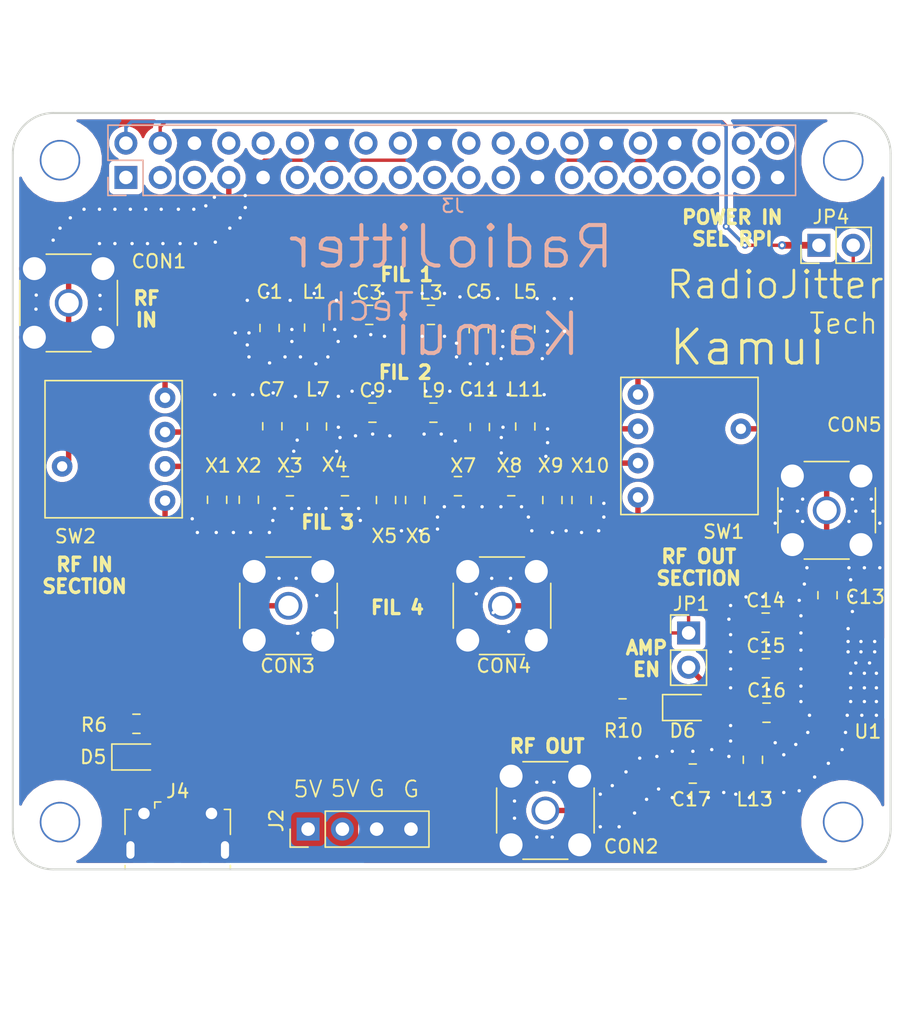
<source format=kicad_pcb>
(kicad_pcb (version 20171130) (host pcbnew "(5.1.4)-1")
  (layers (0 F.Cu signal) (1 In1.Cu signal hide) (2 In2.Cu signal hide) (31 B.Cu signal) (34 B.Paste user hide) (35 F.Paste user hide) (36 B.SilkS user hide) (37 F.SilkS user) (38 B.Mask user hide) (39 F.Mask user) (44 Edge.Cuts user))
  (net 0 "")
  (net 1 GND)
  (net 2 /P5V_HAT)
  (net 3 "Net-(J3-Pad3)")
  (net 4 "Net-(J3-Pad5)")
  (net 5 "Net-(J3-Pad8)")
  (net 6 "Net-(J3-Pad10)")
  (net 7 "Net-(J3-Pad12)")
  (net 8 "Net-(J3-Pad16)")
  (net 9 "Net-(J3-Pad17)")
  (net 10 "Net-(J3-Pad18)")
  (net 11 "Net-(J3-Pad19)")
  (net 12 "Net-(J3-Pad21)")
  (net 13 "Net-(J3-Pad22)")
  (net 14 "Net-(J3-Pad23)")
  (net 15 "Net-(J3-Pad24)")
  (net 16 "Net-(J3-Pad26)")
  (net 17 "Net-(J3-Pad29)")
  (net 18 "Net-(J3-Pad31)")
  (net 19 "Net-(J3-Pad32)")
  (net 20 "Net-(J3-Pad33)")
  (net 21 "Net-(J3-Pad35)")
  (net 22 "Net-(J3-Pad36)")
  (net 23 "Net-(J3-Pad37)")
  (net 24 "Net-(J3-Pad38)")
  (net 25 "Net-(J3-Pad40)")
  (net 26 +5V)
  (net 27 RF4_OUT)
  (net 28 RF3_OUT)
  (net 29 RF2_OUT)
  (net 30 RF1_OUT)
  (net 31 RF_ANT_OUT)
  (net 32 RF4_IN)
  (net 33 RF3_IN)
  (net 34 RF2_IN)
  (net 35 RF1_IN)
  (net 36 "Net-(C3-Pad2)")
  (net 37 "Net-(C9-Pad2)")
  (net 38 "Net-(C13-Pad2)")
  (net 39 "Net-(C14-Pad1)")
  (net 40 "Net-(C17-Pad2)")
  (net 41 "Net-(C17-Pad1)")
  (net 42 "Net-(D5-Pad1)")
  (net 43 "Net-(D6-Pad1)")
  (net 44 "Net-(J4-Pad3)")
  (net 45 "Net-(J4-Pad4)")
  (net 46 "Net-(J4-Pad2)")
  (net 47 "Net-(J3-Pad1)")
  (net 48 "Net-(J3-Pad27)")
  (net 49 "Net-(J3-Pad28)")
  (net 50 "Net-(X3-Pad2)")
  (net 51 "Net-(X4-Pad2)")
  (net 52 "Net-(X7-Pad2)")
  (net 53 RF_IN_SWITCH)
  (net 54 "Net-(J3-Pad15)")
  (net 55 "Net-(J3-Pad13)")
  (net 56 "Net-(J3-Pad11)")
  (module VK_Cus_KiCad:1x4_switch (layer F.Cu) (at 87.28 86.98)
    (fp_text reference SW2 (at -4.1 5.18) (layer F.SilkS))
    (fp_text value SW_Coded)
    (pad 5 thru_hole circle (at 2.54 -5.08) (size 1.524 1.524) (drill 0.762) (layers *.Cu *.Mask) (net 30 RF1_OUT))
    (pad 4 thru_hole circle (at 2.54 -2.54) (size 1.524 1.524) (drill 0.762) (layers *.Cu *.Mask) (net 29 RF2_OUT))
    (pad 3 thru_hole circle (at 2.54 0) (size 1.524 1.524) (drill 0.762) (layers *.Cu *.Mask) (net 28 RF3_OUT))
    (pad 2 thru_hole circle (at 2.54 2.54) (size 1.524 1.524) (drill 0.762) (layers *.Cu *.Mask) (net 27 RF4_OUT))
    (pad 1 thru_hole circle (at -5.08 0) (size 1.524 1.524) (drill 0.762) (layers *.Cu *.Mask) (net 53 RF_IN_SWITCH))
  )
  (module VK_Cus_KiCad:1x4_switch (layer F.Cu) (at 127.38 84.2 180)
    (fp_text reference SW1 (at -3.81 -7.62) (layer F.SilkS))
    (fp_text value SW_Coded)
    (pad 5 thru_hole circle (at 2.54 -5.08 180) (size 1.524 1.524) (drill 0.762) (layers *.Cu *.Mask) (net 32 RF4_IN))
    (pad 4 thru_hole circle (at 2.54 -2.54 180) (size 1.524 1.524) (drill 0.762) (layers *.Cu *.Mask) (net 33 RF3_IN))
    (pad 3 thru_hole circle (at 2.54 0 180) (size 1.524 1.524) (drill 0.762) (layers *.Cu *.Mask) (net 34 RF2_IN))
    (pad 2 thru_hole circle (at 2.54 2.54 180) (size 1.524 1.524) (drill 0.762) (layers *.Cu *.Mask) (net 35 RF1_IN))
    (pad 1 thru_hole circle (at -5.08 0 180) (size 1.524 1.524) (drill 0.762) (layers *.Cu *.Mask) (net 31 RF_ANT_OUT))
  )
  (module Inductor_SMD:L_0805_2012Metric_Pad1.15x1.40mm_HandSolder (layer F.Cu) (at 120.661 89.472 270)
    (fp_text reference X10 (at -2.549 -0.635 180) (layer F.SilkS))
    (fp_text value L)
    (pad 2 smd roundrect (at 1.025 0 270) (size 1.15 1.4) (layers F.Cu F.Paste F.Mask) (roundrect_rratio 0.217391) (net 1 GND))
    (pad 1 smd roundrect (at -1.025 0 270) (size 1.15 1.4) (layers F.Cu F.Paste F.Mask) (roundrect_rratio 0.217391) (net 33 RF3_IN))
  )
  (module Inductor_SMD:L_0805_2012Metric_Pad1.15x1.40mm_HandSolder (layer F.Cu) (at 115.454 88.447)
    (fp_text reference X8 (at -0.127 -1.524) (layer F.SilkS))
    (fp_text value L)
    (pad 2 smd roundrect (at 1.025 0) (size 1.15 1.4) (layers F.Cu F.Paste F.Mask) (roundrect_rratio 0.217391) (net 33 RF3_IN))
    (pad 1 smd roundrect (at -1.025 0) (size 1.15 1.4) (layers F.Cu F.Paste F.Mask) (roundrect_rratio 0.217391) (net 52 "Net-(X7-Pad2)"))
  )
  (module Capacitor_SMD:C_0805_2012Metric_Pad1.15x1.40mm_HandSolder (layer F.Cu) (at 118.502 89.472 270)
    (fp_text reference X9 (at -2.549 0.127 180) (layer F.SilkS))
    (fp_text value C)
    (pad 2 smd roundrect (at 1.025 0 270) (size 1.15 1.4) (layers F.Cu F.Paste F.Mask) (roundrect_rratio 0.217391) (net 1 GND))
    (pad 1 smd roundrect (at -1.025 0 270) (size 1.15 1.4) (layers F.Cu F.Paste F.Mask) (roundrect_rratio 0.217391) (net 33 RF3_IN))
  )
  (module Capacitor_SMD:C_0805_2012Metric_Pad1.15x1.40mm_HandSolder (layer F.Cu) (at 111.508 88.447)
    (fp_text reference X7 (at 0.39 -1.524) (layer F.SilkS))
    (fp_text value C)
    (pad 2 smd roundrect (at 1.025 0) (size 1.15 1.4) (layers F.Cu F.Paste F.Mask) (roundrect_rratio 0.217391) (net 52 "Net-(X7-Pad2)"))
    (pad 1 smd roundrect (at -1.025 0) (size 1.15 1.4) (layers F.Cu F.Paste F.Mask) (roundrect_rratio 0.217391) (net 51 "Net-(X4-Pad2)"))
  )
  (module Capacitor_SMD:C_0805_2012Metric_Pad1.15x1.40mm_HandSolder (layer F.Cu) (at 134.357 105.2195)
    (fp_text reference C16 (at 0 -1.65) (layer F.SilkS))
    (fp_text value 68pF)
    (pad 2 smd roundrect (at 1.025 0) (size 1.15 1.4) (layers F.Cu F.Paste F.Mask) (roundrect_rratio 0.217391) (net 1 GND))
    (pad 1 smd roundrect (at -1.025 0) (size 1.15 1.4) (layers F.Cu F.Paste F.Mask) (roundrect_rratio 0.217391) (net 39 "Net-(C14-Pad1)"))
  )
  (module Connector_Coaxial:SMA_Amphenol_132291-12_Vertical (layer F.Cu) (at 117.983 112.4585 90)
    (fp_text reference CON2 (at -2.667 6.35 180) (layer F.SilkS))
    (fp_text value SMA-)
    (pad 2 thru_hole circle (at -2.54 2.54 90) (size 2.25 2.25) (drill 1.7) (layers *.Cu *.Mask) (net 1 GND))
    (pad 2 thru_hole circle (at -2.54 -2.54 90) (size 2.25 2.25) (drill 1.7) (layers *.Cu *.Mask) (net 1 GND))
    (pad 2 thru_hole circle (at 2.54 -2.54 90) (size 2.25 2.25) (drill 1.7) (layers *.Cu *.Mask) (net 1 GND))
    (pad 2 thru_hole circle (at 2.54 2.54 90) (size 2.25 2.25) (drill 1.7) (layers *.Cu *.Mask) (net 1 GND))
    (pad 1 thru_hole circle (at 0 0 90) (size 2.05 2.05) (drill 1.5) (layers *.Cu *.Mask) (net 40 "Net-(C17-Pad2)"))
  )
  (module Connector_Coaxial:SMA_Amphenol_132291-12_Vertical (layer F.Cu) (at 82.68 74.88)
    (fp_text reference CON1 (at 6.68 -3.08) (layer F.SilkS))
    (fp_text value Sig_In)
    (pad 2 thru_hole circle (at -2.54 2.54) (size 2.25 2.25) (drill 1.7) (layers *.Cu *.Mask) (net 1 GND))
    (pad 2 thru_hole circle (at -2.54 -2.54) (size 2.25 2.25) (drill 1.7) (layers *.Cu *.Mask) (net 1 GND))
    (pad 2 thru_hole circle (at 2.54 -2.54) (size 2.25 2.25) (drill 1.7) (layers *.Cu *.Mask) (net 1 GND))
    (pad 2 thru_hole circle (at 2.54 2.54) (size 2.25 2.25) (drill 1.7) (layers *.Cu *.Mask) (net 1 GND))
    (pad 1 thru_hole circle (at 0 0) (size 2.05 2.05) (drill 1.5) (layers *.Cu *.Mask) (net 53 RF_IN_SWITCH))
  )
  (module Capacitor_SMD:C_0805_2012Metric_Pad1.15x1.40mm_HandSolder (layer F.Cu) (at 128.896 109.728 180)
    (fp_text reference C17 (at 0.118 -1.905) (layer F.SilkS))
    (fp_text value 68pF)
    (pad 2 smd roundrect (at 1.025 0 180) (size 1.15 1.4) (layers F.Cu F.Paste F.Mask) (roundrect_rratio 0.217391) (net 40 "Net-(C17-Pad2)"))
    (pad 1 smd roundrect (at -1.025 0 180) (size 1.15 1.4) (layers F.Cu F.Paste F.Mask) (roundrect_rratio 0.217391) (net 41 "Net-(C17-Pad1)"))
  )
  (module Capacitor_SMD:C_0805_2012Metric_Pad1.15x1.40mm_HandSolder (layer F.Cu) (at 134.3115 101.9175)
    (fp_text reference C15 (at 0 -1.65) (layer F.SilkS))
    (fp_text value 1200pF)
    (pad 2 smd roundrect (at 1.025 0) (size 1.15 1.4) (layers F.Cu F.Paste F.Mask) (roundrect_rratio 0.217391) (net 1 GND))
    (pad 1 smd roundrect (at -1.025 0) (size 1.15 1.4) (layers F.Cu F.Paste F.Mask) (roundrect_rratio 0.217391) (net 39 "Net-(C14-Pad1)"))
  )
  (module Capacitor_SMD:C_0805_2012Metric_Pad1.15x1.40mm_HandSolder (layer F.Cu) (at 134.2935 98.552)
    (fp_text reference C14 (at 0 -1.65) (layer F.SilkS))
    (fp_text value 1uF)
    (pad 2 smd roundrect (at 1.025 0) (size 1.15 1.4) (layers F.Cu F.Paste F.Mask) (roundrect_rratio 0.217391) (net 1 GND))
    (pad 1 smd roundrect (at -1.025 0) (size 1.15 1.4) (layers F.Cu F.Paste F.Mask) (roundrect_rratio 0.217391) (net 39 "Net-(C14-Pad1)"))
  )
  (module Capacitor_SMD:C_0805_2012Metric_Pad1.15x1.40mm_HandSolder (layer F.Cu) (at 138.8745 96.52 270)
    (fp_text reference C13 (at 0.127 -2.794 180) (layer F.SilkS))
    (fp_text value 68pF)
    (pad 2 smd roundrect (at 1.025 0 270) (size 1.15 1.4) (layers F.Cu F.Paste F.Mask) (roundrect_rratio 0.217391) (net 38 "Net-(C13-Pad2)"))
    (pad 1 smd roundrect (at -1.025 0 270) (size 1.15 1.4) (layers F.Cu F.Paste F.Mask) (roundrect_rratio 0.217391) (net 31 RF_ANT_OUT))
  )
  (module Capacitor_SMD:C_0805_2012Metric_Pad1.15x1.40mm_HandSolder (layer F.Cu) (at 113.1295 84.068 270)
    (fp_text reference C11 (at -2.779 0.0635 180) (layer F.SilkS))
    (fp_text value C)
    (pad 2 smd roundrect (at 1.025 0 270) (size 1.15 1.4) (layers F.Cu F.Paste F.Mask) (roundrect_rratio 0.217391) (net 1 GND))
    (pad 1 smd roundrect (at -1.025 0 270) (size 1.15 1.4) (layers F.Cu F.Paste F.Mask) (roundrect_rratio 0.217391) (net 34 RF2_IN))
  )
  (module Capacitor_SMD:C_0805_2012Metric_Pad1.15x1.40mm_HandSolder (layer F.Cu) (at 105.177 83.0035)
    (fp_text reference C9 (at 0 -1.65) (layer F.SilkS))
    (fp_text value C)
    (pad 2 smd roundrect (at 1.025 0) (size 1.15 1.4) (layers F.Cu F.Paste F.Mask) (roundrect_rratio 0.217391) (net 37 "Net-(C9-Pad2)"))
    (pad 1 smd roundrect (at -1.025 0) (size 1.15 1.4) (layers F.Cu F.Paste F.Mask) (roundrect_rratio 0.217391) (net 29 RF2_OUT))
  )
  (module Capacitor_SMD:C_0805_2012Metric_Pad1.15x1.40mm_HandSolder (layer F.Cu) (at 97.7625 84.0105 270)
    (fp_text reference C7 (at -2.7215 0.0635 180) (layer F.SilkS))
    (fp_text value C)
    (pad 2 smd roundrect (at 1.025 0 270) (size 1.15 1.4) (layers F.Cu F.Paste F.Mask) (roundrect_rratio 0.217391) (net 1 GND))
    (pad 1 smd roundrect (at -1.025 0 270) (size 1.15 1.4) (layers F.Cu F.Paste F.Mask) (roundrect_rratio 0.217391) (net 29 RF2_OUT))
  )
  (module Capacitor_SMD:C_0805_2012Metric_Pad1.15x1.40mm_HandSolder (layer F.Cu) (at 106.183 89.472 270)
    (fp_text reference X5 (at 2.658 0.127 180) (layer F.SilkS))
    (fp_text value C)
    (pad 2 smd roundrect (at 1.025 0 270) (size 1.15 1.4) (layers F.Cu F.Paste F.Mask) (roundrect_rratio 0.217391) (net 1 GND))
    (pad 1 smd roundrect (at -1.025 0 270) (size 1.15 1.4) (layers F.Cu F.Paste F.Mask) (roundrect_rratio 0.217391) (net 51 "Net-(X4-Pad2)"))
  )
  (module Capacitor_SMD:C_0805_2012Metric_Pad1.15x1.40mm_HandSolder (layer F.Cu) (at 113.053 76.83 270)
    (fp_text reference C5 (at -2.779 0 180) (layer F.SilkS))
    (fp_text value 62pF)
    (pad 2 smd roundrect (at 1.025 0 270) (size 1.15 1.4) (layers F.Cu F.Paste F.Mask) (roundrect_rratio 0.217391) (net 1 GND))
    (pad 1 smd roundrect (at -1.025 0 270) (size 1.15 1.4) (layers F.Cu F.Paste F.Mask) (roundrect_rratio 0.217391) (net 35 RF1_IN))
  )
  (module Capacitor_SMD:C_0805_2012Metric_Pad1.15x1.40mm_HandSolder (layer F.Cu) (at 99.062 88.447)
    (fp_text reference X3 (at 0.009 -1.524) (layer F.SilkS))
    (fp_text value C)
    (pad 2 smd roundrect (at 1.025 0) (size 1.15 1.4) (layers F.Cu F.Paste F.Mask) (roundrect_rratio 0.217391) (net 50 "Net-(X3-Pad2)"))
    (pad 1 smd roundrect (at -1.025 0) (size 1.15 1.4) (layers F.Cu F.Paste F.Mask) (roundrect_rratio 0.217391) (net 28 RF3_OUT))
  )
  (module Capacitor_SMD:C_0805_2012Metric_Pad1.15x1.40mm_HandSolder (layer F.Cu) (at 104.94 75.7655)
    (fp_text reference C3 (at 0 -1.65) (layer F.SilkS))
    (fp_text value 3.3pF)
    (pad 2 smd roundrect (at 1.025 0) (size 1.15 1.4) (layers F.Cu F.Paste F.Mask) (roundrect_rratio 0.217391) (net 36 "Net-(C3-Pad2)"))
    (pad 1 smd roundrect (at -1.025 0) (size 1.15 1.4) (layers F.Cu F.Paste F.Mask) (roundrect_rratio 0.217391) (net 30 RF1_OUT))
  )
  (module Capacitor_SMD:C_0805_2012Metric_Pad1.15x1.40mm_HandSolder (layer F.Cu) (at 93.6735 89.454 270)
    (fp_text reference X1 (at -2.531 -0.0635 180) (layer F.SilkS))
    (fp_text value C)
    (pad 2 smd roundrect (at 1.025 0 270) (size 1.15 1.4) (layers F.Cu F.Paste F.Mask) (roundrect_rratio 0.217391) (net 1 GND))
    (pad 1 smd roundrect (at -1.025 0 270) (size 1.15 1.4) (layers F.Cu F.Paste F.Mask) (roundrect_rratio 0.217391) (net 28 RF3_OUT))
  )
  (module Capacitor_SMD:C_0805_2012Metric_Pad1.15x1.40mm_HandSolder (layer F.Cu) (at 97.559 76.733 270)
    (fp_text reference C1 (at -2.682 0 180) (layer F.SilkS))
    (fp_text value 62pF)
    (pad 2 smd roundrect (at 1.025 0 270) (size 1.15 1.4) (layers F.Cu F.Paste F.Mask) (roundrect_rratio 0.217391) (net 1 GND))
    (pad 1 smd roundrect (at -1.025 0 270) (size 1.15 1.4) (layers F.Cu F.Paste F.Mask) (roundrect_rratio 0.217391) (net 30 RF1_OUT))
  )
  (module Connector_Coaxial:SMA_Amphenol_132291-12_Vertical (layer F.Cu) (at 138.811 90.2335 270)
    (fp_text reference CON5 (at -6.3335 -2.049 180) (layer F.SilkS))
    (fp_text value SMA-)
    (pad 2 thru_hole circle (at -2.54 2.54 270) (size 2.25 2.25) (drill 1.7) (layers *.Cu *.Mask) (net 1 GND))
    (pad 2 thru_hole circle (at -2.54 -2.54 270) (size 2.25 2.25) (drill 1.7) (layers *.Cu *.Mask) (net 1 GND))
    (pad 2 thru_hole circle (at 2.54 -2.54 270) (size 2.25 2.25) (drill 1.7) (layers *.Cu *.Mask) (net 1 GND))
    (pad 2 thru_hole circle (at 2.54 2.54 270) (size 2.25 2.25) (drill 1.7) (layers *.Cu *.Mask) (net 1 GND))
    (pad 1 thru_hole circle (at 0 0 270) (size 2.05 2.05) (drill 1.5) (layers *.Cu *.Mask) (net 31 RF_ANT_OUT))
  )
  (module Connector_Coaxial:SMA_Amphenol_132291-12_Vertical (layer F.Cu) (at 114.771 97.302 180)
    (fp_text reference CON4 (at -0.127 -4.445) (layer F.SilkS))
    (fp_text value Sig_In)
    (pad 2 thru_hole circle (at -2.54 2.54 180) (size 2.25 2.25) (drill 1.7) (layers *.Cu *.Mask) (net 1 GND))
    (pad 2 thru_hole circle (at -2.54 -2.54 180) (size 2.25 2.25) (drill 1.7) (layers *.Cu *.Mask) (net 1 GND))
    (pad 2 thru_hole circle (at 2.54 -2.54 180) (size 2.25 2.25) (drill 1.7) (layers *.Cu *.Mask) (net 1 GND))
    (pad 2 thru_hole circle (at 2.54 2.54 180) (size 2.25 2.25) (drill 1.7) (layers *.Cu *.Mask) (net 1 GND))
    (pad 1 thru_hole circle (at 0 0 180) (size 2.05 2.05) (drill 1.5) (layers *.Cu *.Mask) (net 32 RF4_IN))
  )
  (module Connector_Coaxial:SMA_Amphenol_132291-12_Vertical (layer F.Cu) (at 98.9595 97.302 180)
    (fp_text reference CON3 (at 0.0635 -4.445) (layer F.SilkS))
    (fp_text value Sig_In)
    (pad 2 thru_hole circle (at -2.54 2.54 180) (size 2.25 2.25) (drill 1.7) (layers *.Cu *.Mask) (net 1 GND))
    (pad 2 thru_hole circle (at -2.54 -2.54 180) (size 2.25 2.25) (drill 1.7) (layers *.Cu *.Mask) (net 1 GND))
    (pad 2 thru_hole circle (at 2.54 -2.54 180) (size 2.25 2.25) (drill 1.7) (layers *.Cu *.Mask) (net 1 GND))
    (pad 2 thru_hole circle (at 2.54 2.54 180) (size 2.25 2.25) (drill 1.7) (layers *.Cu *.Mask) (net 1 GND))
    (pad 1 thru_hole circle (at 0 0 180) (size 2.05 2.05) (drill 1.5) (layers *.Cu *.Mask) (net 27 RF4_OUT))
  )
  (module Connector_PinHeader_2.54mm:PinHeader_1x02_P2.54mm_Vertical (layer F.Cu) (at 138.2395 70.612 90)
    (fp_text reference JP4 (at 2.0955 0.889 180) (layer F.SilkS))
    (fp_text value Jumper)
    (pad 2 thru_hole oval (at 0 2.54 90) (size 1.7 1.7) (drill 1) (layers *.Cu *.Mask) (net 26 +5V))
    (pad 1 thru_hole rect (at 0 0 90) (size 1.7 1.7) (drill 1) (layers *.Cu *.Mask) (net 2 /P5V_HAT))
  )
  (module RF_AMP_VK:SBB5089Z (layer F.Cu) (at 139.578 100.4295 270)
    (fp_text reference U1 (at 6.187 -2.281 180) (layer F.SilkS))
    (fp_text value SBB5089Z)
    (fp_poly (pts (xy 1.778 0.0635) (xy 2.7305 0.0635) (xy 2.7305 -0.5715) (xy 1.778 -0.5715)) (layer F.Cu) (width 0.1))
    (pad 4 smd custom (at 2.25 -1.9685 270) (size 5 3) (layers F.Cu F.Paste F.Mask) (net 1 GND) (options (clearance outline) (anchor rect)) (primitives))
    (pad 2 smd custom (at 2.25 0.75 270) (size 1.1 1.5) (layers F.Cu F.Paste F.Mask) (net 1 GND) (options (clearance outline) (anchor rect)) (primitives))
    (pad 3 smd custom (at 3.75 0.75 270) (size 0.8 1.5) (layers F.Cu F.Paste F.Mask) (net 41 "Net-(C17-Pad1)") (options (clearance outline) (anchor rect)) (primitives))
    (pad 1 smd custom (at 0.75 0.75 270) (size 0.8 1.5) (layers F.Cu F.Paste F.Mask) (net 38 "Net-(C13-Pad2)") (options (clearance outline) (anchor rect)) (primitives))
  )
  (module Resistor_SMD:R_0805_2012Metric_Pad1.15x1.40mm_HandSolder (layer F.Cu) (at 123.698 104.902)
    (fp_text reference R10 (at 0.0635 1.651) (layer F.SilkS))
    (fp_text value 330)
    (pad 2 smd roundrect (at 1.025 0) (size 1.15 1.4) (layers F.Cu F.Paste F.Mask) (roundrect_rratio 0.217391) (net 43 "Net-(D6-Pad1)"))
    (pad 1 smd roundrect (at -1.025 0) (size 1.15 1.4) (layers F.Cu F.Paste F.Mask) (roundrect_rratio 0.217391) (net 1 GND))
  )
  (module Resistor_SMD:R_0805_2012Metric_Pad1.15x1.40mm_HandSolder (layer F.Cu) (at 87.7 106.04 180)
    (fp_text reference R6 (at 3.14 -0.08) (layer F.SilkS))
    (fp_text value 330)
    (pad 2 smd roundrect (at 1.025 0 180) (size 1.15 1.4) (layers F.Cu F.Paste F.Mask) (roundrect_rratio 0.217391) (net 42 "Net-(D5-Pad1)"))
    (pad 1 smd roundrect (at -1.025 0 180) (size 1.15 1.4) (layers F.Cu F.Paste F.Mask) (roundrect_rratio 0.217391) (net 1 GND))
  )
  (module Inductor_SMD:L_0805_2012Metric_Pad1.15x1.40mm_HandSolder (layer F.Cu) (at 133.35 108.703 270)
    (fp_text reference L13 (at 2.93 -0.127 180) (layer F.SilkS))
    (fp_text value 82nH)
    (pad 2 smd roundrect (at 1.025 0 270) (size 1.15 1.4) (layers F.Cu F.Paste F.Mask) (roundrect_rratio 0.217391) (net 41 "Net-(C17-Pad1)"))
    (pad 1 smd roundrect (at -1.025 0 270) (size 1.15 1.4) (layers F.Cu F.Paste F.Mask) (roundrect_rratio 0.217391) (net 39 "Net-(C14-Pad1)"))
  )
  (module Inductor_SMD:L_0805_2012Metric_Pad1.15x1.40mm_HandSolder (layer F.Cu) (at 116.495 84.0285 270)
    (fp_text reference L11 (at -2.7395 0 180) (layer F.SilkS))
    (fp_text value L)
    (pad 2 smd roundrect (at 1.025 0 270) (size 1.15 1.4) (layers F.Cu F.Paste F.Mask) (roundrect_rratio 0.217391) (net 1 GND))
    (pad 1 smd roundrect (at -1.025 0 270) (size 1.15 1.4) (layers F.Cu F.Paste F.Mask) (roundrect_rratio 0.217391) (net 34 RF2_IN))
  )
  (module Inductor_SMD:L_0805_2012Metric_Pad1.15x1.40mm_HandSolder (layer F.Cu) (at 109.6915 83.0035)
    (fp_text reference L9 (at 0 -1.65) (layer F.SilkS))
    (fp_text value L)
    (pad 2 smd roundrect (at 1.025 0) (size 1.15 1.4) (layers F.Cu F.Paste F.Mask) (roundrect_rratio 0.217391) (net 34 RF2_IN))
    (pad 1 smd roundrect (at -1.025 0) (size 1.15 1.4) (layers F.Cu F.Paste F.Mask) (roundrect_rratio 0.217391) (net 37 "Net-(C9-Pad2)"))
  )
  (module Inductor_SMD:L_0805_2012Metric_Pad1.15x1.40mm_HandSolder (layer F.Cu) (at 101.0645 84.0285 270)
    (fp_text reference L7 (at -2.7395 -0.0635 180) (layer F.SilkS))
    (fp_text value L)
    (pad 2 smd roundrect (at 1.025 0 270) (size 1.15 1.4) (layers F.Cu F.Paste F.Mask) (roundrect_rratio 0.217391) (net 1 GND))
    (pad 1 smd roundrect (at -1.025 0 270) (size 1.15 1.4) (layers F.Cu F.Paste F.Mask) (roundrect_rratio 0.217391) (net 29 RF2_OUT))
  )
  (module Inductor_SMD:L_0805_2012Metric_Pad1.15x1.40mm_HandSolder (layer F.Cu) (at 108.342 89.472 270)
    (fp_text reference X6 (at 2.658 -0.254 180) (layer F.SilkS))
    (fp_text value L)
    (pad 2 smd roundrect (at 1.025 0 270) (size 1.15 1.4) (layers F.Cu F.Paste F.Mask) (roundrect_rratio 0.217391) (net 1 GND))
    (pad 1 smd roundrect (at -1.025 0 270) (size 1.15 1.4) (layers F.Cu F.Paste F.Mask) (roundrect_rratio 0.217391) (net 51 "Net-(X4-Pad2)"))
  )
  (module Inductor_SMD:L_0805_2012Metric_Pad1.15x1.40mm_HandSolder (layer F.Cu) (at 116.482 76.836 270)
    (fp_text reference L5 (at -2.785 0 180) (layer F.SilkS))
    (fp_text value 18nH)
    (pad 2 smd roundrect (at 1.025 0 270) (size 1.15 1.4) (layers F.Cu F.Paste F.Mask) (roundrect_rratio 0.217391) (net 1 GND))
    (pad 1 smd roundrect (at -1.025 0 270) (size 1.15 1.4) (layers F.Cu F.Paste F.Mask) (roundrect_rratio 0.217391) (net 35 RF1_IN))
  )
  (module Inductor_SMD:L_0805_2012Metric_Pad1.15x1.40mm_HandSolder (layer F.Cu) (at 103.144 88.447)
    (fp_text reference X4 (at -0.771 -1.5875) (layer F.SilkS))
    (fp_text value L)
    (pad 2 smd roundrect (at 1.025 0) (size 1.15 1.4) (layers F.Cu F.Paste F.Mask) (roundrect_rratio 0.217391) (net 51 "Net-(X4-Pad2)"))
    (pad 1 smd roundrect (at -1.025 0) (size 1.15 1.4) (layers F.Cu F.Paste F.Mask) (roundrect_rratio 0.217391) (net 50 "Net-(X3-Pad2)"))
  )
  (module Inductor_SMD:L_0805_2012Metric_Pad1.15x1.40mm_HandSolder (layer F.Cu) (at 109.506 75.7655)
    (fp_text reference L3 (at 0 -1.65) (layer F.SilkS))
    (fp_text value 330nH)
    (pad 2 smd roundrect (at 1.025 0) (size 1.15 1.4) (layers F.Cu F.Paste F.Mask) (roundrect_rratio 0.217391) (net 35 RF1_IN))
    (pad 1 smd roundrect (at -1.025 0) (size 1.15 1.4) (layers F.Cu F.Paste F.Mask) (roundrect_rratio 0.217391) (net 36 "Net-(C3-Pad2)"))
  )
  (module Inductor_SMD:L_0805_2012Metric_Pad1.15x1.40mm_HandSolder (layer F.Cu) (at 96.023 89.454 270)
    (fp_text reference X2 (at -2.531 0 180) (layer F.SilkS))
    (fp_text value L)
    (pad 2 smd roundrect (at 1.025 0 270) (size 1.15 1.4) (layers F.Cu F.Paste F.Mask) (roundrect_rratio 0.217391) (net 1 GND))
    (pad 1 smd roundrect (at -1.025 0 270) (size 1.15 1.4) (layers F.Cu F.Paste F.Mask) (roundrect_rratio 0.217391) (net 28 RF3_OUT))
  )
  (module Inductor_SMD:L_0805_2012Metric_Pad1.15x1.40mm_HandSolder (layer F.Cu) (at 100.861 76.709 270)
    (fp_text reference L1 (at -2.658 0 180) (layer F.SilkS))
    (fp_text value 18nH)
    (pad 2 smd roundrect (at 1.025 0 270) (size 1.15 1.4) (layers F.Cu F.Paste F.Mask) (roundrect_rratio 0.217391) (net 1 GND))
    (pad 1 smd roundrect (at -1.025 0 270) (size 1.15 1.4) (layers F.Cu F.Paste F.Mask) (roundrect_rratio 0.217391) (net 30 RF1_OUT))
  )
  (module Connector_PinHeader_2.54mm:PinHeader_1x02_P2.54mm_Vertical (layer F.Cu) (at 128.5875 99.314)
    (fp_text reference JP1 (at 0.1905 -2.159) (layer F.SilkS))
    (fp_text value Jumper)
    (pad 2 thru_hole oval (at 0 2.54) (size 1.7 1.7) (drill 1) (layers *.Cu *.Mask) (net 39 "Net-(C14-Pad1)"))
    (pad 1 thru_hole rect (at 0 0) (size 1.7 1.7) (drill 1) (layers *.Cu *.Mask) (net 26 +5V))
  )
  (module Connector_USB:USB_Micro-B_Molex-105017-0001 (layer F.Cu) (at 90.7575 114.142)
    (fp_text reference J4 (at 0 -3.1125) (layer F.SilkS))
    (fp_text value USB_B_Micro)
    (pad 6 smd rect (at -2.9 1.2375) (size 1.2 1.9) (layers F.Cu F.Mask) (net 1 GND))
    (pad 6 smd rect (at 2.9 1.2375) (size 1.2 1.9) (layers F.Cu F.Mask) (net 1 GND))
    (pad 6 thru_hole oval (at 3.5 1.2375) (size 1.2 1.9) (drill oval 0.6 1.3) (layers *.Cu *.Mask) (net 1 GND))
    (pad 6 thru_hole oval (at -3.5 1.2375 180) (size 1.2 1.9) (drill oval 0.6 1.3) (layers *.Cu *.Mask) (net 1 GND))
    (pad 6 smd rect (at -1 1.2375) (size 1.5 1.9) (layers F.Cu F.Paste F.Mask) (net 1 GND))
    (pad 6 thru_hole circle (at 2.5 -1.4625) (size 1.45 1.45) (drill 0.85) (layers *.Cu *.Mask) (net 1 GND))
    (pad 3 smd rect (at 0 -1.4625) (size 0.4 1.35) (layers F.Cu F.Paste F.Mask) (net 44 "Net-(J4-Pad3)"))
    (pad 4 smd rect (at 0.65 -1.4625) (size 0.4 1.35) (layers F.Cu F.Paste F.Mask) (net 45 "Net-(J4-Pad4)"))
    (pad 5 smd rect (at 1.3 -1.4625) (size 0.4 1.35) (layers F.Cu F.Paste F.Mask) (net 1 GND))
    (pad 1 smd rect (at -1.3 -1.4625) (size 0.4 1.35) (layers F.Cu F.Paste F.Mask) (net 26 +5V))
    (pad 2 smd rect (at -0.65 -1.4625) (size 0.4 1.35) (layers F.Cu F.Paste F.Mask) (net 46 "Net-(J4-Pad2)"))
    (pad 6 thru_hole circle (at -2.5 -1.4625) (size 1.45 1.45) (drill 0.85) (layers *.Cu *.Mask) (net 1 GND))
    (pad 6 smd rect (at 1 1.2375) (size 1.5 1.9) (layers F.Cu F.Paste F.Mask) (net 1 GND))
  )
  (module Connector_PinHeader_2.54mm:PinHeader_1x04_P2.54mm_Vertical (layer F.Cu) (at 100.4115 113.839 90)
    (fp_text reference J2 (at 0.635 -2.3495 90) (layer F.SilkS))
    (fp_text value Conn_01x04_Male)
    (pad 4 thru_hole oval (at 0 7.62 90) (size 1.7 1.7) (drill 1) (layers *.Cu *.Mask) (net 1 GND))
    (pad 3 thru_hole oval (at 0 5.08 90) (size 1.7 1.7) (drill 1) (layers *.Cu *.Mask) (net 1 GND))
    (pad 2 thru_hole oval (at 0 2.54 90) (size 1.7 1.7) (drill 1) (layers *.Cu *.Mask) (net 26 +5V))
    (pad 1 thru_hole rect (at 0 0 90) (size 1.7 1.7) (drill 1) (layers *.Cu *.Mask) (net 26 +5V))
  )
  (module LED_SMD:LED_0805_2012Metric_Pad1.15x1.40mm_HandSolder (layer F.Cu) (at 128.524 104.8385)
    (fp_text reference D6 (at -0.381 1.7145) (layer F.SilkS))
    (fp_text value Red)
    (pad 2 smd roundrect (at 1.025 0) (size 1.15 1.4) (layers F.Cu F.Paste F.Mask) (roundrect_rratio 0.217391) (net 39 "Net-(C14-Pad1)"))
    (pad 1 smd roundrect (at -1.025 0) (size 1.15 1.4) (layers F.Cu F.Paste F.Mask) (roundrect_rratio 0.217391) (net 43 "Net-(D6-Pad1)"))
  )
  (module LED_SMD:LED_0805_2012Metric_Pad1.15x1.40mm_HandSolder (layer F.Cu) (at 87.74 108.5)
    (fp_text reference D5 (at -3.24 0) (layer F.SilkS))
    (fp_text value Red)
    (pad 2 smd roundrect (at 1.025 0) (size 1.15 1.4) (layers F.Cu F.Paste F.Mask) (roundrect_rratio 0.217391) (net 26 +5V))
    (pad 1 smd roundrect (at -1.025 0) (size 1.15 1.4) (layers F.Cu F.Paste F.Mask) (roundrect_rratio 0.217391) (net 42 "Net-(D5-Pad1)"))
  )
  (module Connector_PinSocket_2.54mm:PinSocket_2x20_P2.54mm_Vertical (layer B.Cu) (at 86.92 65.59 270)
    (fp_text reference J3 (at 2.101 -24.205 180) (layer B.SilkS) (effects (justify mirror)))
    (fp_text value 40HAT)
    (pad 40 thru_hole oval (at -2.54 -48.26 270) (size 1.7 1.7) (drill 1) (layers *.Cu *.Mask) (net 25 "Net-(J3-Pad40)"))
    (pad 39 thru_hole oval (at 0 -48.26 270) (size 1.7 1.7) (drill 1) (layers *.Cu *.Mask) (net 1 GND))
    (pad 38 thru_hole oval (at -2.54 -45.72 270) (size 1.7 1.7) (drill 1) (layers *.Cu *.Mask) (net 24 "Net-(J3-Pad38)"))
    (pad 37 thru_hole oval (at 0 -45.72 270) (size 1.7 1.7) (drill 1) (layers *.Cu *.Mask) (net 23 "Net-(J3-Pad37)"))
    (pad 36 thru_hole oval (at -2.54 -43.18 270) (size 1.7 1.7) (drill 1) (layers *.Cu *.Mask) (net 22 "Net-(J3-Pad36)"))
    (pad 35 thru_hole oval (at 0 -43.18 270) (size 1.7 1.7) (drill 1) (layers *.Cu *.Mask) (net 21 "Net-(J3-Pad35)"))
    (pad 34 thru_hole oval (at -2.54 -40.64 270) (size 1.7 1.7) (drill 1) (layers *.Cu *.Mask) (net 1 GND))
    (pad 33 thru_hole oval (at 0 -40.64 270) (size 1.7 1.7) (drill 1) (layers *.Cu *.Mask) (net 20 "Net-(J3-Pad33)"))
    (pad 32 thru_hole oval (at -2.54 -38.1 270) (size 1.7 1.7) (drill 1) (layers *.Cu *.Mask) (net 19 "Net-(J3-Pad32)"))
    (pad 31 thru_hole oval (at 0 -38.1 270) (size 1.7 1.7) (drill 1) (layers *.Cu *.Mask) (net 18 "Net-(J3-Pad31)"))
    (pad 30 thru_hole oval (at -2.54 -35.56 270) (size 1.7 1.7) (drill 1) (layers *.Cu *.Mask) (net 1 GND))
    (pad 29 thru_hole oval (at 0 -35.56 270) (size 1.7 1.7) (drill 1) (layers *.Cu *.Mask) (net 17 "Net-(J3-Pad29)"))
    (pad 28 thru_hole oval (at -2.54 -33.02 270) (size 1.7 1.7) (drill 1) (layers *.Cu *.Mask) (net 49 "Net-(J3-Pad28)"))
    (pad 27 thru_hole oval (at 0 -33.02 270) (size 1.7 1.7) (drill 1) (layers *.Cu *.Mask) (net 48 "Net-(J3-Pad27)"))
    (pad 26 thru_hole oval (at -2.54 -30.48 270) (size 1.7 1.7) (drill 1) (layers *.Cu *.Mask) (net 16 "Net-(J3-Pad26)"))
    (pad 25 thru_hole oval (at 0 -30.48 270) (size 1.7 1.7) (drill 1) (layers *.Cu *.Mask) (net 1 GND))
    (pad 24 thru_hole oval (at -2.54 -27.94 270) (size 1.7 1.7) (drill 1) (layers *.Cu *.Mask) (net 15 "Net-(J3-Pad24)"))
    (pad 23 thru_hole oval (at 0 -27.94 270) (size 1.7 1.7) (drill 1) (layers *.Cu *.Mask) (net 14 "Net-(J3-Pad23)"))
    (pad 22 thru_hole oval (at -2.54 -25.4 270) (size 1.7 1.7) (drill 1) (layers *.Cu *.Mask) (net 13 "Net-(J3-Pad22)"))
    (pad 21 thru_hole oval (at 0 -25.4 270) (size 1.7 1.7) (drill 1) (layers *.Cu *.Mask) (net 12 "Net-(J3-Pad21)"))
    (pad 20 thru_hole oval (at -2.54 -22.86 270) (size 1.7 1.7) (drill 1) (layers *.Cu *.Mask) (net 1 GND))
    (pad 19 thru_hole oval (at 0 -22.86 270) (size 1.7 1.7) (drill 1) (layers *.Cu *.Mask) (net 11 "Net-(J3-Pad19)"))
    (pad 18 thru_hole oval (at -2.54 -20.32 270) (size 1.7 1.7) (drill 1) (layers *.Cu *.Mask) (net 10 "Net-(J3-Pad18)"))
    (pad 17 thru_hole oval (at 0 -20.32 270) (size 1.7 1.7) (drill 1) (layers *.Cu *.Mask) (net 9 "Net-(J3-Pad17)"))
    (pad 16 thru_hole oval (at -2.54 -17.78 270) (size 1.7 1.7) (drill 1) (layers *.Cu *.Mask) (net 8 "Net-(J3-Pad16)"))
    (pad 15 thru_hole oval (at 0 -17.78 270) (size 1.7 1.7) (drill 1) (layers *.Cu *.Mask) (net 54 "Net-(J3-Pad15)"))
    (pad 14 thru_hole oval (at -2.54 -15.24 270) (size 1.7 1.7) (drill 1) (layers *.Cu *.Mask) (net 1 GND))
    (pad 13 thru_hole oval (at 0 -15.24 270) (size 1.7 1.7) (drill 1) (layers *.Cu *.Mask) (net 55 "Net-(J3-Pad13)"))
    (pad 12 thru_hole oval (at -2.54 -12.7 270) (size 1.7 1.7) (drill 1) (layers *.Cu *.Mask) (net 7 "Net-(J3-Pad12)"))
    (pad 11 thru_hole oval (at 0 -12.7 270) (size 1.7 1.7) (drill 1) (layers *.Cu *.Mask) (net 56 "Net-(J3-Pad11)"))
    (pad 10 thru_hole oval (at -2.54 -10.16 270) (size 1.7 1.7) (drill 1) (layers *.Cu *.Mask) (net 6 "Net-(J3-Pad10)"))
    (pad 9 thru_hole oval (at 0 -10.16 270) (size 1.7 1.7) (drill 1) (layers *.Cu *.Mask) (net 1 GND))
    (pad 8 thru_hole oval (at -2.54 -7.62 270) (size 1.7 1.7) (drill 1) (layers *.Cu *.Mask) (net 5 "Net-(J3-Pad8)"))
    (pad 7 thru_hole oval (at 0 -7.62 270) (size 1.7 1.7) (drill 1) (layers *.Cu *.Mask) (net 53 RF_IN_SWITCH))
    (pad 6 thru_hole oval (at -2.54 -5.08 270) (size 1.7 1.7) (drill 1) (layers *.Cu *.Mask) (net 1 GND))
    (pad 5 thru_hole oval (at 0 -5.08 270) (size 1.7 1.7) (drill 1) (layers *.Cu *.Mask) (net 4 "Net-(J3-Pad5)"))
    (pad 4 thru_hole oval (at -2.54 -2.54 270) (size 1.7 1.7) (drill 1) (layers *.Cu *.Mask) (net 2 /P5V_HAT))
    (pad 3 thru_hole oval (at 0 -2.54 270) (size 1.7 1.7) (drill 1) (layers *.Cu *.Mask) (net 3 "Net-(J3-Pad3)"))
    (pad 2 thru_hole oval (at -2.54 0 270) (size 1.7 1.7) (drill 1) (layers *.Cu *.Mask) (net 2 /P5V_HAT))
    (pad 1 thru_hole rect (at 0 0 270) (size 1.7 1.7) (drill 1) (layers *.Cu *.Mask) (net 47 "Net-(J3-Pad1)"))
  )
  (module project_footprints:NPTH_3mm_ID (layer F.Cu) (at 82.04 64.31)
    (fp_text reference H1 (at 0.06 0.09) (layer F.SilkS))
    (fp_text value 3mm_Mounting_Hole hide)
    (pad "" np_thru_hole circle (at 0 0) (size 3 3) (drill 2.75) (layers *.Cu *.Mask) (clearance 1.6))
  )
  (module project_footprints:NPTH_3mm_ID (layer F.Cu) (at 140.04 64.33)
    (fp_text reference H2 (at 0.06 0.09) (layer F.SilkS))
    (fp_text value 3mm_Mounting_Hole hide)
    (pad "" np_thru_hole circle (at 0 0) (size 3 3) (drill 2.75) (layers *.Cu *.Mask) (clearance 1.6))
  )
  (module project_footprints:NPTH_3mm_ID (layer F.Cu) (at 82.04 113.32)
    (fp_text reference H3 (at 0.06 0.09) (layer F.SilkS))
    (fp_text value 3mm_Mounting_Hole hide)
    (pad "" np_thru_hole circle (at 0 0) (size 3 3) (drill 2.75) (layers *.Cu *.Mask) (clearance 1.6))
  )
  (module project_footprints:NPTH_3mm_ID (layer F.Cu) (at 140.03 113.31)
    (fp_text reference H4 (at 0.06 0.09) (layer F.SilkS))
    (fp_text value 3mm_Mounting_Hole hide)
    (pad "" np_thru_hole circle (at 0 0) (size 3 3) (drill 2.75) (layers *.Cu *.Mask) (clearance 1.6))
  )
  (gr_text RadioJitter (at 135.001 73.533) (layer F.SilkS) (effects (font (size 2 2) (thickness 0.2))))
  (gr_text "RF OUT" (at 118.11 107.696) (layer F.SilkS) (effects (font (size 1 1) (thickness 0.25))))
  (gr_text "RF\nIN\n" (at 88.44 75.34) (layer F.SilkS) (effects (font (size 1 1) (thickness 0.25))))
  (gr_line (start 78.546356 63.817611) (end 78.546356 113.817611) (layer Edge.Cuts) (width 0.15))
  (gr_line (start 140.546356 60.817611) (end 81.546356 60.817611) (layer Edge.Cuts) (width 0.15))
  (gr_line (start 143.546351 113.822847) (end 143.546356 63.817611) (layer Edge.Cuts) (width 0.15))
  (gr_line (start 81.546356 116.817611) (end 140.546356 116.817611) (layer Edge.Cuts) (width 0.15))
  (gr_text Tech (at 140.062 76.402) (layer F.SilkS) (effects (font (size 1.5 1.5))))
  (gr_text Kamui (at 132.95 78.18) (layer F.SilkS) (effects (font (size 2.5 2.5) (thickness 0.25))))
  (gr_text Tech (at 104.902 75.184) (layer B.SilkS) (effects (font (size 2 2) (thickness 0.2)) (justify mirror)))
  (gr_text Kamui (at 113.665 77.216) (layer B.SilkS) (effects (font (size 3 3) (thickness 0.3)) (justify mirror)))
  (gr_text RadioJitter (at 110.998 70.739) (layer B.SilkS) (effects (font (size 3 3) (thickness 0.3)) (justify mirror)))
  (gr_text "AMP\nEN" (at 125.476 101.219) (layer F.SilkS) (effects (font (size 1 1) (thickness 0.25))))
  (gr_text G (at 108.04 110.88) (layer F.SilkS) (effects (font (size 1.2 1.2) (thickness 0.13))))
  (gr_text G (at 105.5 110.86) (layer F.SilkS) (effects (font (size 1.2 1.2) (thickness 0.13))))
  (gr_text 5V (at 103.16 110.84) (layer F.SilkS) (effects (font (size 1.2 1.2) (thickness 0.13))))
  (gr_text 5V (at 100.4 110.88) (layer F.SilkS) (effects (font (size 1.2 1.2) (thickness 0.13))))
  (gr_text "POWER IN\nSEL RPI" (at 131.826 69.342) (layer F.SilkS) (effects (font (size 1 1) (thickness 0.25))))
  (gr_text "RF OUT\nSECTION" (at 129.34 94.46) (layer F.SilkS) (effects (font (size 1 1) (thickness 0.25))))
  (gr_text "RF IN\nSECTION" (at 83.86 95.06) (layer F.SilkS) (effects (font (size 1 1) (thickness 0.25))))
  (gr_text "FIL 3" (at 101.865 91.114) (layer F.SilkS) (effects (font (size 1 1) (thickness 0.25))))
  (gr_text "FIL 4" (at 107.024 97.429) (layer F.SilkS) (effects (font (size 1 1) (thickness 0.25))))
  (gr_text "FIL 2" (at 107.605 80.019) (layer F.SilkS) (effects (font (size 1 1) (thickness 0.25))))
  (gr_text "FIL 1" (at 107.719 72.781) (layer F.SilkS) (effects (font (size 1 1) (thickness 0.25))))
  (gr_arc (start 81.546356 63.817611) (end 81.546356 60.817611) (angle -90) (layer Edge.Cuts) (width 0.15))
  (gr_arc (start 140.546356 63.817611) (end 143.546356 63.817611) (angle -90) (layer Edge.Cuts) (width 0.15))
  (gr_arc (start 81.546356 113.817611) (end 78.546356 113.817611) (angle -90) (layer Edge.Cuts) (width 0.15))
  (gr_arc (start 140.546356 113.817611) (end 140.546356 116.817611) (angle -89.9) (layer Edge.Cuts) (width 0.15))
  (via (at 140.3985 100.711) (size 0.5) (drill 0.25) (layers F.Cu B.Cu) (net 1))
  (via (at 141.986 101.5365) (size 0.5) (drill 0.25) (layers F.Cu B.Cu) (net 1))
  (via (at 140.97 101.5365) (size 0.5) (drill 0.25) (layers F.Cu B.Cu) (net 1))
  (via (at 142.494 103.378) (size 0.5) (drill 0.25) (layers F.Cu B.Cu) (net 1))
  (via (at 140.589 103.378) (size 0.5) (drill 0.25) (layers F.Cu B.Cu) (net 1))
  (via (at 97.801 90.987) (size 0.5) (drill 0.25) (layers F.Cu B.Cu) (net 1))
  (via (at 136.906 98.044) (size 0.5) (drill 0.25) (layers F.Cu B.Cu) (net 1))
  (via (at 136.906 100.584) (size 0.5) (drill 0.25) (layers F.Cu B.Cu) (net 1))
  (via (at 136.906 99.314) (size 0.5) (drill 0.25) (layers F.Cu B.Cu) (net 1))
  (via (at 136.906 101.981) (size 0.5) (drill 0.25) (layers F.Cu B.Cu) (net 1))
  (via (at 131.699 99.441) (size 0.5) (drill 0.25) (layers F.Cu B.Cu) (net 1))
  (via (at 131.699 101.981) (size 0.5) (drill 0.25) (layers F.Cu B.Cu) (net 1))
  (via (at 131.699 100.711) (size 0.5) (drill 0.25) (layers F.Cu B.Cu) (net 1))
  (via (at 131.699 103.378) (size 0.5) (drill 0.25) (layers F.Cu B.Cu) (net 1))
  (via (at 132.842 96.647) (size 0.5) (drill 0.25) (layers F.Cu B.Cu) (net 1))
  (via (at 135.382 96.647) (size 0.5) (drill 0.25) (layers F.Cu B.Cu) (net 1))
  (via (at 134.112 96.647) (size 0.5) (drill 0.25) (layers F.Cu B.Cu) (net 1))
  (via (at 136.779 96.901) (size 0.5) (drill 0.25) (layers F.Cu B.Cu) (net 1))
  (via (at 142.494 102.2985) (size 0.5) (drill 0.25) (layers F.Cu B.Cu) (net 1))
  (via (at 141.605 102.2985) (size 0.5) (drill 0.25) (layers F.Cu B.Cu) (net 1))
  (via (at 92.075 70.485) (size 0.5) (drill 0.25) (layers F.Cu B.Cu) (net 1))
  (via (at 81.534 70.231) (size 0.5) (drill 0.25) (layers F.Cu B.Cu) (net 1))
  (via (at 82.042 69.342) (size 0.5) (drill 0.25) (layers F.Cu B.Cu) (net 1))
  (via (at 82.804 68.58) (size 0.5) (drill 0.25) (layers F.Cu B.Cu) (net 1))
  (via (at 83.82 67.945) (size 0.5) (drill 0.25) (layers F.Cu B.Cu) (net 1))
  (via (at 84.963 67.945) (size 0.5) (drill 0.25) (layers F.Cu B.Cu) (net 1))
  (via (at 86.106 67.945) (size 0.5) (drill 0.25) (layers F.Cu B.Cu) (net 1))
  (via (at 87.249 67.945) (size 0.5) (drill 0.25) (layers F.Cu B.Cu) (net 1))
  (via (at 88.392 67.945) (size 0.5) (drill 0.25) (layers F.Cu B.Cu) (net 1))
  (via (at 89.535 67.945) (size 0.5) (drill 0.25) (layers F.Cu B.Cu) (net 1))
  (via (at 90.805 67.945) (size 0.5) (drill 0.25) (layers F.Cu B.Cu) (net 1))
  (via (at 91.948 67.945) (size 0.5) (drill 0.25) (layers F.Cu B.Cu) (net 1))
  (via (at 92.837 67.691) (size 0.5) (drill 0.25) (layers F.Cu B.Cu) (net 1))
  (via (at 84.963 70.485) (size 0.5) (drill 0.25) (layers F.Cu B.Cu) (net 1))
  (via (at 86.106 70.485) (size 0.5) (drill 0.25) (layers F.Cu B.Cu) (net 1))
  (via (at 88.519 70.485) (size 0.5) (drill 0.25) (layers F.Cu B.Cu) (net 1))
  (via (at 89.662 70.485) (size 0.5) (drill 0.25) (layers F.Cu B.Cu) (net 1))
  (via (at 87.376 70.485) (size 0.5) (drill 0.25) (layers F.Cu B.Cu) (net 1))
  (via (at 90.932 70.485) (size 0.5) (drill 0.25) (layers F.Cu B.Cu) (net 1))
  (via (at 94.615 69.342) (size 0.5) (drill 0.25) (layers F.Cu B.Cu) (net 1))
  (via (at 95.377 68.58) (size 0.5) (drill 0.25) (layers F.Cu B.Cu) (net 1))
  (via (at 95.758 67.818) (size 0.5) (drill 0.25) (layers F.Cu B.Cu) (net 1))
  (via (at 95.758 66.929) (size 0.5) (drill 0.25) (layers F.Cu B.Cu) (net 1))
  (via (at 93.472 67.056) (size 0.5) (drill 0.25) (layers F.Cu B.Cu) (net 1))
  (segment (start 136.0985 102.6795) (end 135.3365 101.9175) (width 0.25) (layer F.Cu) (net 1))
  (segment (start 138.828 102.6795) (end 136.0985 102.6795) (width 0.25) (layer F.Cu) (net 1))
  (segment (start 139.778 102.6795) (end 138.828 102.6795) (width 0.25) (layer F.Cu) (net 1))
  (segment (start 141.478 102.6795) (end 139.778 102.6795) (width 0.25) (layer F.Cu) (net 1))
  (segment (start 101.0465 85.0355) (end 101.0645 85.0535) (width 0.4) (layer F.Cu) (net 1))
  (via (at 99.604 85.0355) (size 0.5) (drill 0.25) (layers F.Cu B.Cu) (net 1))
  (segment (start 97.7625 85.0355) (end 99.604 85.0355) (width 0.4) (layer F.Cu) (net 1))
  (segment (start 99.604 85.0355) (end 101.0465 85.0355) (width 0.4) (layer F.Cu) (net 1))
  (via (at 97.559 79.3215) (size 0.5) (drill 0.25) (layers F.Cu B.Cu) (net 1))
  (segment (start 97.559 77.758) (end 97.559 79.3215) (width 0.4) (layer F.Cu) (net 1))
  (segment (start 97.08 64.387919) (end 97.08 65.59) (width 0.25) (layer F.Cu) (net 1))
  (segment (start 97.155119 64.3128) (end 97.08 64.387919) (width 0.25) (layer F.Cu) (net 1))
  (segment (start 102.099281 64.3128) (end 97.155119 64.3128) (width 0.25) (layer F.Cu) (net 1))
  (segment (start 102.16 64.252081) (end 102.099281 64.3128) (width 0.25) (layer F.Cu) (net 1))
  (segment (start 102.16 63.05) (end 102.16 64.252081) (width 0.25) (layer F.Cu) (net 1))
  (segment (start 122.48 63.05) (end 121.2172 64.3128) (width 0.25) (layer F.Cu) (net 1))
  (segment (start 118.6772 64.3128) (end 117.4 65.59) (width 0.25) (layer F.Cu) (net 1))
  (segment (start 121.2172 64.3128) (end 118.6772 64.3128) (width 0.25) (layer F.Cu) (net 1))
  (segment (start 127.56 63.05) (end 126.2718 64.3382) (width 0.25) (layer F.Cu) (net 1))
  (segment (start 121.2426 64.3382) (end 121.2172 64.3128) (width 0.25) (layer F.Cu) (net 1))
  (segment (start 126.2718 64.3382) (end 121.2426 64.3382) (width 0.25) (layer F.Cu) (net 1))
  (segment (start 109.78 63.05) (end 108.5172 64.3128) (width 0.25) (layer F.Cu) (net 1))
  (segment (start 108.5172 64.3128) (end 102.099281 64.3128) (width 0.25) (layer F.Cu) (net 1))
  (via (at 111.3134 85.099) (size 0.5) (drill 0.25) (layers F.Cu B.Cu) (net 1))
  (segment (start 113.1295 85.093) (end 111.3194 85.093) (width 0.4) (layer F.Cu) (net 1))
  (segment (start 111.3194 85.093) (end 111.3134 85.099) (width 0.4) (layer F.Cu) (net 1))
  (via (at 95.908 74.686) (size 0.5) (drill 0.25) (layers F.Cu B.Cu) (net 1))
  (via (at 97.432 74.178) (size 0.5) (drill 0.25) (layers F.Cu B.Cu) (net 1))
  (via (at 99.083 74.686) (size 0.5) (drill 0.25) (layers F.Cu B.Cu) (net 1))
  (via (at 100.861 74.178) (size 0.5) (drill 0.25) (layers F.Cu B.Cu) (net 1))
  (via (at 102.512 74.686) (size 0.5) (drill 0.25) (layers F.Cu B.Cu) (net 1))
  (via (at 103.909 74.178) (size 0.5) (drill 0.25) (layers F.Cu B.Cu) (net 1))
  (via (at 105.941 74.178) (size 0.5) (drill 0.25) (layers F.Cu B.Cu) (net 1))
  (via (at 108.862 74.178) (size 0.5) (drill 0.25) (layers F.Cu B.Cu) (net 1))
  (via (at 110.513 74.178) (size 0.5) (drill 0.25) (layers F.Cu B.Cu) (net 1))
  (via (at 111.656 74.432) (size 0.5) (drill 0.25) (layers F.Cu B.Cu) (net 1))
  (via (at 113.053 74.305) (size 0.5) (drill 0.25) (layers F.Cu B.Cu) (net 1))
  (via (at 114.45 74.559) (size 0.5) (drill 0.25) (layers F.Cu B.Cu) (net 1))
  (via (at 117.371 74.559) (size 0.5) (drill 0.25) (layers F.Cu B.Cu) (net 1))
  (via (at 118.641 74.559) (size 0.5) (drill 0.25) (layers F.Cu B.Cu) (net 1))
  (via (at 119.911 74.559) (size 0.5) (drill 0.25) (layers F.Cu B.Cu) (net 1))
  (via (at 140.716 89.408) (size 0.5) (drill 0.25) (layers F.Cu B.Cu) (net 1))
  (via (at 140.97 90.297) (size 0.5) (drill 0.25) (layers F.Cu B.Cu) (net 1))
  (via (at 142.113 89.408) (size 0.5) (drill 0.25) (layers F.Cu B.Cu) (net 1))
  (via (at 142.24 90.297) (size 0.5) (drill 0.25) (layers F.Cu B.Cu) (net 1))
  (via (at 142.748 91.186) (size 0.5) (drill 0.25) (layers F.Cu B.Cu) (net 1))
  (via (at 140.462 91.059) (size 0.5) (drill 0.25) (layers F.Cu B.Cu) (net 1))
  (via (at 142.748 94.488) (size 0.5) (drill 0.25) (layers F.Cu B.Cu) (net 1))
  (via (at 141.605 94.488) (size 0.5) (drill 0.25) (layers F.Cu B.Cu) (net 1))
  (via (at 140.462 94.488) (size 0.5) (drill 0.25) (layers F.Cu B.Cu) (net 1))
  (via (at 140.589 95.377) (size 0.5) (drill 0.25) (layers F.Cu B.Cu) (net 1))
  (via (at 140.6525 96.5835) (size 0.5) (drill 0.25) (layers F.Cu B.Cu) (net 1))
  (via (at 140.716 97.7265) (size 0.5) (drill 0.25) (layers F.Cu B.Cu) (net 1))
  (via (at 140.3985 98.9965) (size 0.5) (drill 0.25) (layers F.Cu B.Cu) (net 1))
  (via (at 140.3985 99.949) (size 0.5) (drill 0.25) (layers F.Cu B.Cu) (net 1))
  (via (at 141.351 100.711) (size 0.5) (drill 0.25) (layers F.Cu B.Cu) (net 1))
  (via (at 142.367 100.711) (size 0.5) (drill 0.25) (layers F.Cu B.Cu) (net 1))
  (via (at 142.494 104.394) (size 0.5) (drill 0.25) (layers F.Cu B.Cu) (net 1))
  (segment (start 141.478 104.394) (end 141.605 104.394) (width 0.5) (layer F.Cu) (net 1))
  (segment (start 141.478 102.6795) (end 141.478 102.997) (width 0.5) (layer F.Cu) (net 1))
  (segment (start 141.478 100.838) (end 141.351 100.711) (width 0.5) (layer F.Cu) (net 1))
  (segment (start 141.478 102.6795) (end 141.478 102.108) (width 0.5) (layer F.Cu) (net 1))
  (segment (start 141.478 102.997) (end 141.478 104.394) (width 0.5) (layer F.Cu) (net 1))
  (via (at 141.605 103.378) (size 0.5) (drill 0.25) (layers F.Cu B.Cu) (net 1))
  (segment (start 141.478 102.108) (end 141.478 100.838) (width 0.5) (layer F.Cu) (net 1))
  (via (at 140.589 102.2985) (size 0.5) (drill 0.25) (layers F.Cu B.Cu) (net 1))
  (via (at 131.699 97.282) (size 0.5) (drill 0.25) (layers F.Cu B.Cu) (net 1))
  (via (at 131.572 98.298) (size 0.5) (drill 0.25) (layers F.Cu B.Cu) (net 1))
  (via (at 137.16 95.6945) (size 0.5) (drill 0.25) (layers F.Cu B.Cu) (net 1))
  (via (at 137.3505 94.488) (size 0.5) (drill 0.25) (layers F.Cu B.Cu) (net 1))
  (via (at 137.033 91.059) (size 0.5) (drill 0.25) (layers F.Cu B.Cu) (net 1))
  (via (at 136.652 90.297) (size 0.5) (drill 0.25) (layers F.Cu B.Cu) (net 1))
  (via (at 137.033 89.408) (size 0.5) (drill 0.25) (layers F.Cu B.Cu) (net 1))
  (via (at 135.509 89.408) (size 0.5) (drill 0.25) (layers F.Cu B.Cu) (net 1))
  (via (at 135.382 90.297) (size 0.5) (drill 0.25) (layers F.Cu B.Cu) (net 1))
  (via (at 135.001 91.186) (size 0.5) (drill 0.25) (layers F.Cu B.Cu) (net 1))
  (via (at 95.019 77.099) (size 0.5) (drill 0.25) (layers F.Cu B.Cu) (net 1))
  (via (at 96.035 77.099) (size 0.5) (drill 0.25) (layers F.Cu B.Cu) (net 1))
  (via (at 95.908 77.988) (size 0.5) (drill 0.25) (layers F.Cu B.Cu) (net 1))
  (via (at 96.035 78.877) (size 0.5) (drill 0.25) (layers F.Cu B.Cu) (net 1))
  (via (at 98.702 78.877) (size 0.5) (drill 0.25) (layers F.Cu B.Cu) (net 1))
  (via (at 99.845 78.877) (size 0.5) (drill 0.25) (layers F.Cu B.Cu) (net 1))
  (via (at 99.21 77.734) (size 0.5) (drill 0.25) (layers F.Cu B.Cu) (net 1))
  (via (at 99.21 76.845) (size 0.5) (drill 0.25) (layers F.Cu B.Cu) (net 1))
  (via (at 101.877 78.877) (size 0.5) (drill 0.25) (layers F.Cu B.Cu) (net 1))
  (via (at 100.988 79.385) (size 0.5) (drill 0.25) (layers F.Cu B.Cu) (net 1))
  (via (at 102.639 77.734) (size 0.5) (drill 0.25) (layers F.Cu B.Cu) (net 1))
  (via (at 102.385 76.845) (size 0.5) (drill 0.25) (layers F.Cu B.Cu) (net 1))
  (via (at 103.909 77.353) (size 0.5) (drill 0.25) (layers F.Cu B.Cu) (net 1))
  (via (at 105.052 77.226) (size 0.5) (drill 0.25) (layers F.Cu B.Cu) (net 1))
  (via (at 106.068 77.353) (size 0.5) (drill 0.25) (layers F.Cu B.Cu) (net 1))
  (via (at 108.862 77.353) (size 0.5) (drill 0.25) (layers F.Cu B.Cu) (net 1))
  (via (at 110.513 77.353) (size 0.5) (drill 0.25) (layers F.Cu B.Cu) (net 1))
  (via (at 111.402 77.861) (size 0.5) (drill 0.25) (layers F.Cu B.Cu) (net 1))
  (via (at 111.402 78.877) (size 0.5) (drill 0.25) (layers F.Cu B.Cu) (net 1))
  (via (at 112.418 79.385) (size 0.5) (drill 0.25) (layers F.Cu B.Cu) (net 1))
  (via (at 113.688 79.385) (size 0.5) (drill 0.25) (layers F.Cu B.Cu) (net 1))
  (via (at 114.704 79.004) (size 0.5) (drill 0.25) (layers F.Cu B.Cu) (net 1))
  (via (at 114.831 78.115) (size 0.5) (drill 0.25) (layers F.Cu B.Cu) (net 1))
  (via (at 114.831 76.972) (size 0.5) (drill 0.25) (layers F.Cu B.Cu) (net 1))
  (via (at 117.752 79.004) (size 0.5) (drill 0.25) (layers F.Cu B.Cu) (net 1))
  (via (at 118.133 77.988) (size 0.5) (drill 0.25) (layers F.Cu B.Cu) (net 1))
  (via (at 118.133 76.972) (size 0.5) (drill 0.25) (layers F.Cu B.Cu) (net 1))
  (via (at 119.403 76.972) (size 0.5) (drill 0.25) (layers F.Cu B.Cu) (net 1))
  (via (at 117.892 81.67) (size 0.5) (drill 0.25) (layers F.Cu B.Cu) (net 1))
  (via (at 115.225 81.67) (size 0.5) (drill 0.25) (layers F.Cu B.Cu) (net 1))
  (via (at 113.955 81.543) (size 0.5) (drill 0.25) (layers F.Cu B.Cu) (net 1))
  (via (at 112.431 81.543) (size 0.5) (drill 0.25) (layers F.Cu B.Cu) (net 1))
  (via (at 110.907 81.416) (size 0.5) (drill 0.25) (layers F.Cu B.Cu) (net 1))
  (via (at 109.129 81.416) (size 0.5) (drill 0.25) (layers F.Cu B.Cu) (net 1))
  (via (at 106.462 81.416) (size 0.5) (drill 0.25) (layers F.Cu B.Cu) (net 1))
  (via (at 105.192 81.543) (size 0.5) (drill 0.25) (layers F.Cu B.Cu) (net 1))
  (via (at 103.668 81.416) (size 0.5) (drill 0.25) (layers F.Cu B.Cu) (net 1))
  (via (at 102.652 81.797) (size 0.5) (drill 0.25) (layers F.Cu B.Cu) (net 1))
  (via (at 101.255 81.543) (size 0.5) (drill 0.25) (layers F.Cu B.Cu) (net 1))
  (via (at 99.477 81.797) (size 0.5) (drill 0.25) (layers F.Cu B.Cu) (net 1))
  (via (at 97.826 81.543) (size 0.5) (drill 0.25) (layers F.Cu B.Cu) (net 1))
  (via (at 96.302 81.67) (size 0.5) (drill 0.25) (layers F.Cu B.Cu) (net 1))
  (via (at 94.905 81.67) (size 0.5) (drill 0.25) (layers F.Cu B.Cu) (net 1))
  (via (at 93.508 81.67) (size 0.5) (drill 0.25) (layers F.Cu B.Cu) (net 1))
  (via (at 102.525 85.861) (size 0.5) (drill 0.25) (layers F.Cu B.Cu) (net 1))
  (via (at 99.35 85.861) (size 0.5) (drill 0.25) (layers F.Cu B.Cu) (net 1))
  (via (at 102.779 84.845) (size 0.5) (drill 0.25) (layers F.Cu B.Cu) (net 1))
  (via (at 102.652 84.083) (size 0.5) (drill 0.25) (layers F.Cu B.Cu) (net 1))
  (via (at 103.922 84.718) (size 0.5) (drill 0.25) (layers F.Cu B.Cu) (net 1))
  (via (at 105.192 84.591) (size 0.5) (drill 0.25) (layers F.Cu B.Cu) (net 1))
  (via (at 106.462 84.718) (size 0.5) (drill 0.25) (layers F.Cu B.Cu) (net 1))
  (via (at 109.002 84.591) (size 0.5) (drill 0.25) (layers F.Cu B.Cu) (net 1))
  (via (at 110.272 84.591) (size 0.5) (drill 0.25) (layers F.Cu B.Cu) (net 1))
  (via (at 114.717 85.988) (size 0.5) (drill 0.25) (layers F.Cu B.Cu) (net 1))
  (via (at 114.717 84.845) (size 0.5) (drill 0.25) (layers F.Cu B.Cu) (net 1))
  (via (at 114.844 84.083) (size 0.5) (drill 0.25) (layers F.Cu B.Cu) (net 1))
  (via (at 118.019 86.242) (size 0.5) (drill 0.25) (layers F.Cu B.Cu) (net 1))
  (via (at 118.146 85.226) (size 0.5) (drill 0.25) (layers F.Cu B.Cu) (net 1))
  (via (at 118.146 84.21) (size 0.5) (drill 0.25) (layers F.Cu B.Cu) (net 1))
  (via (at 97.928 90.098) (size 0.5) (drill 0.25) (layers F.Cu B.Cu) (net 1))
  (via (at 99.198 90.098) (size 0.5) (drill 0.25) (layers F.Cu B.Cu) (net 1))
  (via (at 100.468 90.098) (size 0.5) (drill 0.25) (layers F.Cu B.Cu) (net 1))
  (via (at 101.738 90.098) (size 0.5) (drill 0.25) (layers F.Cu B.Cu) (net 1))
  (via (at 102.881 90.098) (size 0.5) (drill 0.25) (layers F.Cu B.Cu) (net 1))
  (via (at 104.151 90.098) (size 0.5) (drill 0.25) (layers F.Cu B.Cu) (net 1))
  (via (at 104.278 90.987) (size 0.5) (drill 0.25) (layers F.Cu B.Cu) (net 1))
  (via (at 107.326 91.749) (size 0.5) (drill 0.25) (layers F.Cu B.Cu) (net 1))
  (via (at 108.723 91.749) (size 0.5) (drill 0.25) (layers F.Cu B.Cu) (net 1))
  (via (at 109.993 91.622) (size 0.5) (drill 0.25) (layers F.Cu B.Cu) (net 1))
  (via (at 109.993 90.733) (size 0.5) (drill 0.25) (layers F.Cu B.Cu) (net 1))
  (via (at 110.501 89.971) (size 0.5) (drill 0.25) (layers F.Cu B.Cu) (net 1))
  (via (at 111.898 89.971) (size 0.5) (drill 0.25) (layers F.Cu B.Cu) (net 1))
  (via (at 113.295 89.971) (size 0.5) (drill 0.25) (layers F.Cu B.Cu) (net 1))
  (via (at 114.692 89.971) (size 0.5) (drill 0.25) (layers F.Cu B.Cu) (net 1))
  (via (at 116.216 89.971) (size 0.5) (drill 0.25) (layers F.Cu B.Cu) (net 1))
  (via (at 116.724 90.733) (size 0.5) (drill 0.25) (layers F.Cu B.Cu) (net 1))
  (via (at 116.978 91.749) (size 0.5) (drill 0.25) (layers F.Cu B.Cu) (net 1))
  (via (at 118.502 91.876) (size 0.5) (drill 0.25) (layers F.Cu B.Cu) (net 1))
  (via (at 119.518 91.749) (size 0.5) (drill 0.25) (layers F.Cu B.Cu) (net 1))
  (via (at 120.661 91.876) (size 0.5) (drill 0.25) (layers F.Cu B.Cu) (net 1))
  (via (at 121.931 91.749) (size 0.5) (drill 0.25) (layers F.Cu B.Cu) (net 1))
  (via (at 122.312 90.733) (size 0.5) (drill 0.25) (layers F.Cu B.Cu) (net 1))
  (via (at 122.312 89.717) (size 0.5) (drill 0.25) (layers F.Cu B.Cu) (net 1))
  (via (at 115.406 95.27) (size 0.5) (drill 0.25) (layers F.Cu B.Cu) (net 1))
  (via (at 114.009 95.27) (size 0.5) (drill 0.25) (layers F.Cu B.Cu) (net 1))
  (via (at 112.866 96.413) (size 0.5) (drill 0.25) (layers F.Cu B.Cu) (net 1))
  (via (at 114.126 97.81) (size 0.5) (drill 0.25) (layers F.Cu B.Cu) (net 32))
  (via (at 115.269 99.207) (size 0.5) (drill 0.25) (layers F.Cu B.Cu) (net 1))
  (via (at 116.793 99.207) (size 0.5) (drill 0.25) (layers F.Cu B.Cu) (net 1))
  (via (at 97.547 91.876) (size 0.5) (drill 0.25) (layers F.Cu B.Cu) (net 1))
  (via (at 96.15 91.876) (size 0.5) (drill 0.25) (layers F.Cu B.Cu) (net 1))
  (via (at 94.88 91.876) (size 0.5) (drill 0.25) (layers F.Cu B.Cu) (net 1))
  (via (at 93.61 91.876) (size 0.5) (drill 0.25) (layers F.Cu B.Cu) (net 1))
  (via (at 92.213 91.876) (size 0.5) (drill 0.25) (layers F.Cu B.Cu) (net 1))
  (via (at 91.832 90.86) (size 0.5) (drill 0.25) (layers F.Cu B.Cu) (net 1))
  (via (at 98.261 95.27) (size 0.5) (drill 0.25) (layers F.Cu B.Cu) (net 1))
  (via (at 99.531 95.27) (size 0.5) (drill 0.25) (layers F.Cu B.Cu) (net 1))
  (via (at 101.055 96.54) (size 0.5) (drill 0.25) (layers F.Cu B.Cu) (net 1))
  (via (at 102.442 97.81) (size 0.5) (drill 0.25) (layers F.Cu B.Cu) (net 1))
  (via (at 100.791 99.334) (size 0.5) (drill 0.25) (layers F.Cu B.Cu) (net 1))
  (via (at 99.648 99.334) (size 0.5) (drill 0.25) (layers F.Cu B.Cu) (net 1))
  (via (at 131.699 106.172) (size 0.5) (drill 0.25) (layers F.Cu B.Cu) (net 1))
  (via (at 131.699 107.315) (size 0.5) (drill 0.25) (layers F.Cu B.Cu) (net 1))
  (via (at 131.572 108.458) (size 0.5) (drill 0.25) (layers F.Cu B.Cu) (net 1))
  (via (at 130.302 107.95) (size 0.5) (drill 0.25) (layers F.Cu B.Cu) (net 1))
  (via (at 128.905 108.077) (size 0.5) (drill 0.25) (layers F.Cu B.Cu) (net 1))
  (via (at 127.381 108.077) (size 0.5) (drill 0.25) (layers F.Cu B.Cu) (net 1))
  (via (at 126.238 108.458) (size 0.5) (drill 0.25) (layers F.Cu B.Cu) (net 1))
  (via (at 124.968 108.585) (size 0.5) (drill 0.25) (layers F.Cu B.Cu) (net 1))
  (via (at 123.952 109.601) (size 0.5) (drill 0.25) (layers F.Cu B.Cu) (net 1))
  (via (at 122.936 110.617) (size 0.5) (drill 0.25) (layers F.Cu B.Cu) (net 1))
  (via (at 122.047 111.252) (size 0.5) (drill 0.25) (layers F.Cu B.Cu) (net 1))
  (via (at 118.618 110.363) (size 0.5) (drill 0.25) (layers F.Cu B.Cu) (net 1))
  (via (at 117.348 110.363) (size 0.5) (drill 0.25) (layers F.Cu B.Cu) (net 1))
  (via (at 115.697 111.76) (size 0.5) (drill 0.25) (layers F.Cu B.Cu) (net 1))
  (via (at 115.697 113.03) (size 0.5) (drill 0.25) (layers F.Cu B.Cu) (net 1))
  (via (at 117.348 114.427) (size 0.5) (drill 0.25) (layers F.Cu B.Cu) (net 1))
  (via (at 118.491 114.427) (size 0.5) (drill 0.25) (layers F.Cu B.Cu) (net 1))
  (via (at 122.047 113.665) (size 0.5) (drill 0.25) (layers F.Cu B.Cu) (net 1))
  (via (at 123.444 113.665) (size 0.5) (drill 0.25) (layers F.Cu B.Cu) (net 1))
  (via (at 124.587 112.649) (size 0.5) (drill 0.25) (layers F.Cu B.Cu) (net 1))
  (via (at 125.476 111.633) (size 0.5) (drill 0.25) (layers F.Cu B.Cu) (net 1))
  (via (at 126.365 110.871) (size 0.5) (drill 0.25) (layers F.Cu B.Cu) (net 1))
  (via (at 127.381 111.506) (size 0.5) (drill 0.25) (layers F.Cu B.Cu) (net 1))
  (via (at 128.651 111.506) (size 0.5) (drill 0.25) (layers F.Cu B.Cu) (net 1))
  (via (at 130.048 111.506) (size 0.5) (drill 0.25) (layers F.Cu B.Cu) (net 1))
  (via (at 131.191 111.125) (size 0.5) (drill 0.25) (layers F.Cu B.Cu) (net 1))
  (via (at 132.08 111.252) (size 0.5) (drill 0.25) (layers F.Cu B.Cu) (net 1))
  (via (at 133.096 111.506) (size 0.5) (drill 0.25) (layers F.Cu B.Cu) (net 1))
  (via (at 134.493 111.379) (size 0.5) (drill 0.25) (layers F.Cu B.Cu) (net 1))
  (via (at 135.636 111.125) (size 0.5) (drill 0.25) (layers F.Cu B.Cu) (net 1))
  (via (at 136.779 110.998) (size 0.5) (drill 0.25) (layers F.Cu B.Cu) (net 1))
  (via (at 137.922 109.982) (size 0.5) (drill 0.25) (layers F.Cu B.Cu) (net 1))
  (via (at 138.938 108.966) (size 0.5) (drill 0.25) (layers F.Cu B.Cu) (net 1))
  (via (at 139.954 107.95) (size 0.5) (drill 0.25) (layers F.Cu B.Cu) (net 1))
  (via (at 140.208 106.68) (size 0.5) (drill 0.25) (layers F.Cu B.Cu) (net 1))
  (via (at 140.335 105.41) (size 0.5) (drill 0.25) (layers F.Cu B.Cu) (net 1))
  (via (at 140.589 104.394) (size 0.5) (drill 0.25) (layers F.Cu B.Cu) (net 1))
  (segment (start 141.605 104.394) (end 142.494 104.394) (width 0.5) (layer F.Cu) (net 1))
  (via (at 141.605 104.394) (size 0.5) (drill 0.25) (layers F.Cu B.Cu) (net 1))
  (via (at 137.541 105.41) (size 0.5) (drill 0.25) (layers F.Cu B.Cu) (net 1))
  (via (at 137.414 106.68) (size 0.5) (drill 0.25) (layers F.Cu B.Cu) (net 1))
  (via (at 136.525 107.569) (size 0.5) (drill 0.25) (layers F.Cu B.Cu) (net 1))
  (via (at 135.636 108.331) (size 0.5) (drill 0.25) (layers F.Cu B.Cu) (net 1))
  (via (at 135.001 107.442) (size 0.5) (drill 0.25) (layers F.Cu B.Cu) (net 1))
  (via (at 134.493 103.505) (size 0.5) (drill 0.25) (layers F.Cu B.Cu) (net 1))
  (via (at 134.493 100.203) (size 0.5) (drill 0.25) (layers F.Cu B.Cu) (net 1))
  (via (at 136.906 104.394) (size 0.5) (drill 0.25) (layers F.Cu B.Cu) (net 1))
  (via (at 136.906 103.251) (size 0.5) (drill 0.25) (layers F.Cu B.Cu) (net 1))
  (via (at 141.351 99.949) (size 0.5) (drill 0.25) (layers F.Cu B.Cu) (net 1))
  (via (at 142.367 99.949) (size 0.5) (drill 0.25) (layers F.Cu B.Cu) (net 1))
  (via (at 142.494 105.41) (size 0.5) (drill 0.25) (layers F.Cu B.Cu) (net 1))
  (via (at 141.4145 105.41) (size 0.5) (drill 0.25) (layers F.Cu B.Cu) (net 1))
  (segment (start 140.335 105.41) (end 141.4145 105.41) (width 0.6) (layer F.Cu) (net 1))
  (segment (start 141.4145 105.41) (end 142.494 105.41) (width 0.6) (layer F.Cu) (net 1))
  (segment (start 141.351 99.7585) (end 141.351 100.711) (width 0.6) (layer F.Cu) (net 1))
  (segment (start 142.367 99.7585) (end 142.367 100.711) (width 0.6) (layer F.Cu) (net 1))
  (segment (start 140.3985 99.949) (end 141.351 99.949) (width 0.6) (layer F.Cu) (net 1))
  (segment (start 141.351 99.949) (end 142.367 99.949) (width 0.6) (layer F.Cu) (net 1))
  (segment (start 92 63.05) (end 90.7288 64.3212) (width 0.25) (layer B.Cu) (net 1))
  (segment (start 90.7288 64.3212) (end 90.7288 66.5988) (width 0.25) (layer B.Cu) (net 1))
  (via (at 93.54 70.38) (size 0.5) (drill 0.25) (layers F.Cu B.Cu) (net 1))
  (via (at 80.28 74.3) (size 0.5) (drill 0.25) (layers F.Cu B.Cu) (net 1))
  (via (at 80.26 75.34) (size 0.5) (drill 0.25) (layers F.Cu B.Cu) (net 1))
  (via (at 85 74.32) (size 0.5) (drill 0.25) (layers F.Cu B.Cu) (net 1))
  (via (at 85.02 75.34) (size 0.5) (drill 0.25) (layers F.Cu B.Cu) (net 1))
  (segment (start 87.8575 115.3795) (end 89.7575 115.3795) (width 0.25) (layer F.Cu) (net 1))
  (segment (start 91.7575 115.3795) (end 89.7575 115.3795) (width 0.25) (layer F.Cu) (net 1))
  (segment (start 91.7575 115.3795) (end 94.2575 115.3795) (width 0.25) (layer F.Cu) (net 1))
  (segment (start 131.3688 61.7728) (end 131.3688 69.215) (width 0.25) (layer F.Cu) (net 2))
  (segment (start 89.46 61.847919) (end 89.839919 61.468) (width 0.25) (layer F.Cu) (net 2))
  (segment (start 136.398 70.612) (end 138.2395 70.612) (width 0.5) (layer F.Cu) (net 2))
  (segment (start 131.064 61.468) (end 131.3688 61.7728) (width 0.25) (layer F.Cu) (net 2))
  (segment (start 89.839919 61.468) (end 131.064 61.468) (width 0.25) (layer F.Cu) (net 2))
  (segment (start 89.46 63.05) (end 89.46 61.847919) (width 0.25) (layer F.Cu) (net 2))
  (segment (start 131.3688 69.215) (end 132.7658 70.612) (width 0.25) (layer F.Cu) (net 2))
  (segment (start 86.92 61.847919) (end 86.92 63.05) (width 0.25) (layer B.Cu) (net 2))
  (segment (start 86.944319 61.8236) (end 86.92 61.847919) (width 0.25) (layer B.Cu) (net 2))
  (segment (start 132.7658 70.612) (end 131.3688 69.215) (width 0.25) (layer B.Cu) (net 2))
  (segment (start 131.3688 69.215) (end 131.3688 61.8236) (width 0.25) (layer B.Cu) (net 2))
  (segment (start 131.3688 61.8236) (end 131.0132 61.468) (width 0.25) (layer B.Cu) (net 2))
  (segment (start 87.3252 61.468) (end 86.9696 61.8236) (width 0.25) (layer B.Cu) (net 2))
  (segment (start 86.9696 61.8236) (end 86.944319 61.8236) (width 0.25) (layer B.Cu) (net 2))
  (segment (start 131.3688 69.215) (end 131.3688 69.215) (width 0.25) (layer F.Cu) (net 2))
  (via (at 131.3688 69.215) (size 0.5) (drill 0.25) (layers F.Cu B.Cu) (net 2))
  (segment (start 132.7658 70.612) (end 132.7658 70.612) (width 0.25) (layer F.Cu) (net 2))
  (via (at 132.7658 70.612) (size 0.5) (drill 0.25) (layers F.Cu B.Cu) (net 2))
  (segment (start 135.509 70.612) (end 136.398 70.612) (width 0.5) (layer F.Cu) (net 2))
  (via (at 135.509 70.612) (size 0.6) (drill 0.3) (layers F.Cu B.Cu) (net 2))
  (segment (start 132.7658 70.612) (end 135.509 70.612) (width 0.25) (layer F.Cu) (net 2))
  (segment (start 131.0132 61.468) (end 87.3252 61.468) (width 0.25) (layer B.Cu) (net 2))
  (segment (start 128.5875 99.314) (end 128.5875 79.5725) (width 0.25) (layer F.Cu) (net 26))
  (segment (start 128.5875 79.5725) (end 130.94 77.22) (width 0.25) (layer F.Cu) (net 26))
  (segment (start 130.94 77.22) (end 138.16 77.22) (width 0.25) (layer F.Cu) (net 26))
  (segment (start 140.7795 74.6005) (end 140.7795 70.612) (width 0.25) (layer F.Cu) (net 26))
  (segment (start 138.16 77.22) (end 140.7795 74.6005) (width 0.25) (layer F.Cu) (net 26))
  (segment (start 128.5875 99.314) (end 124.886 99.314) (width 0.25) (layer F.Cu) (net 26))
  (segment (start 124.886 99.314) (end 120.36 103.84) (width 0.25) (layer F.Cu) (net 26))
  (segment (start 120.36 103.84) (end 106.34 103.84) (width 0.25) (layer F.Cu) (net 26))
  (segment (start 102.9515 107.2285) (end 102.9515 113.839) (width 0.25) (layer F.Cu) (net 26))
  (segment (start 106.34 103.84) (end 102.9515 107.2285) (width 0.25) (layer F.Cu) (net 26))
  (segment (start 89.82 89.52) (end 89.82 92.42) (width 0.4) (layer F.Cu) (net 27))
  (segment (start 94.702 97.302) (end 98.9595 97.302) (width 0.4) (layer F.Cu) (net 27))
  (segment (start 89.82 92.42) (end 94.702 97.302) (width 0.4) (layer F.Cu) (net 27))
  (segment (start 94.54 65.59) (end 94.54 67.893) (width 0.4) (layer F.Cu) (net 53))
  (segment (start 94.54 67.893) (end 93.091 69.342) (width 0.4) (layer F.Cu) (net 53))
  (segment (start 93.091 69.342) (end 84.201 69.342) (width 0.4) (layer F.Cu) (net 53))
  (segment (start 84.201 69.342) (end 82.677 70.866) (width 0.4) (layer F.Cu) (net 53))
  (segment (start 98.527 88.429) (end 98.545 88.447) (width 0.4) (layer F.Cu) (net 28))
  (segment (start 93.6735 88.429) (end 96.023 88.429) (width 0.4) (layer F.Cu) (net 28))
  (segment (start 98.019 88.429) (end 98.037 88.447) (width 0.4) (layer F.Cu) (net 28))
  (segment (start 96.023 88.429) (end 98.019 88.429) (width 0.4) (layer F.Cu) (net 28))
  (segment (start 92.2245 86.98) (end 93.6735 88.429) (width 0.4) (layer F.Cu) (net 28))
  (segment (start 89.82 86.98) (end 92.2245 86.98) (width 0.4) (layer F.Cu) (net 28))
  (segment (start 101.0465 82.9855) (end 101.0645 83.0035) (width 0.4) (layer F.Cu) (net 29))
  (segment (start 97.7625 82.9855) (end 101.0465 82.9855) (width 0.4) (layer F.Cu) (net 29))
  (segment (start 101.0645 83.0035) (end 104.152 83.0035) (width 0.4) (layer F.Cu) (net 29))
  (segment (start 90.62 84.44) (end 89.82 84.44) (width 0.4) (layer F.Cu) (net 29))
  (segment (start 97.7625 82.9855) (end 94.7745 82.9855) (width 0.4) (layer F.Cu) (net 29))
  (segment (start 93.32 84.44) (end 89.82 84.44) (width 0.4) (layer F.Cu) (net 29))
  (segment (start 94.7745 82.9855) (end 93.32 84.44) (width 0.4) (layer F.Cu) (net 29))
  (segment (start 100.837 75.708) (end 100.861 75.684) (width 0.4) (layer F.Cu) (net 30))
  (segment (start 97.559 75.708) (end 100.837 75.708) (width 0.4) (layer F.Cu) (net 30))
  (segment (start 103.8335 75.684) (end 103.915 75.7655) (width 0.4) (layer F.Cu) (net 30))
  (segment (start 100.861 75.684) (end 103.8335 75.684) (width 0.4) (layer F.Cu) (net 30))
  (segment (start 89.82 81.9) (end 89.82 79.38) (width 0.4) (layer F.Cu) (net 30))
  (segment (start 93.492 75.708) (end 97.559 75.708) (width 0.4) (layer F.Cu) (net 30))
  (segment (start 89.82 79.38) (end 93.492 75.708) (width 0.4) (layer F.Cu) (net 30))
  (segment (start 138.811 95.4315) (end 138.8745 95.495) (width 0.4) (layer F.Cu) (net 31))
  (segment (start 138.811 90.2335) (end 138.811 95.4315) (width 0.4) (layer F.Cu) (net 31))
  (segment (start 132.46 84.2) (end 136.5 84.2) (width 0.4) (layer F.Cu) (net 31))
  (segment (start 138.811 86.511) (end 138.811 90.2335) (width 0.4) (layer F.Cu) (net 31))
  (segment (start 136.5 84.2) (end 138.811 86.511) (width 0.4) (layer F.Cu) (net 31))
  (segment (start 114.771 97.302) (end 119.378 97.302) (width 0.4) (layer F.Cu) (net 32))
  (segment (start 124.84 91.84) (end 124.84 89.28) (width 0.4) (layer F.Cu) (net 32))
  (segment (start 119.378 97.302) (end 124.84 91.84) (width 0.4) (layer F.Cu) (net 32))
  (segment (start 116.479 88.447) (end 118.502 88.447) (width 0.4) (layer F.Cu) (net 33))
  (segment (start 118.502 88.447) (end 120.661 88.447) (width 0.4) (layer F.Cu) (net 33))
  (segment (start 122.368 86.74) (end 120.661 88.447) (width 0.4) (layer F.Cu) (net 33))
  (segment (start 124.84 86.74) (end 122.368 86.74) (width 0.4) (layer F.Cu) (net 33))
  (segment (start 113.09 83.0035) (end 113.1295 83.043) (width 0.4) (layer F.Cu) (net 34))
  (segment (start 110.7165 83.0035) (end 113.09 83.0035) (width 0.4) (layer F.Cu) (net 34))
  (segment (start 116.4555 83.043) (end 116.495 83.0035) (width 0.4) (layer F.Cu) (net 34))
  (segment (start 113.1295 83.043) (end 116.4555 83.043) (width 0.4) (layer F.Cu) (net 34))
  (segment (start 116.495 83.0035) (end 119.8635 83.0035) (width 0.4) (layer F.Cu) (net 34))
  (segment (start 121.06 84.2) (end 124.84 84.2) (width 0.4) (layer F.Cu) (net 34))
  (segment (start 119.8635 83.0035) (end 121.06 84.2) (width 0.4) (layer F.Cu) (net 34))
  (segment (start 113.0135 75.7655) (end 113.053 75.805) (width 0.4) (layer F.Cu) (net 35))
  (segment (start 110.531 75.7655) (end 113.0135 75.7655) (width 0.4) (layer F.Cu) (net 35))
  (segment (start 116.476 75.805) (end 116.482 75.811) (width 0.4) (layer F.Cu) (net 35))
  (segment (start 113.053 75.805) (end 116.476 75.805) (width 0.4) (layer F.Cu) (net 35))
  (segment (start 121.036 75.811) (end 116.482 75.811) (width 0.4) (layer F.Cu) (net 35))
  (segment (start 124.84 79.615) (end 124.84 81.66) (width 0.4) (layer F.Cu) (net 35))
  (segment (start 121.036 75.811) (end 124.84 79.615) (width 0.4) (layer F.Cu) (net 35))
  (segment (start 105.965 75.7655) (end 108.481 75.7655) (width 0.4) (layer F.Cu) (net 36))
  (segment (start 106.202 83.0035) (end 108.6665 83.0035) (width 0.4) (layer F.Cu) (net 37))
  (segment (start 138.8745 101.133) (end 138.828 101.1795) (width 0.4) (layer F.Cu) (net 38))
  (segment (start 138.8745 97.545) (end 138.8745 101.133) (width 0.4) (layer F.Cu) (net 38))
  (segment (start 133.35 105.2375) (end 133.332 105.2195) (width 0.4) (layer F.Cu) (net 39))
  (segment (start 133.35 107.678) (end 133.35 105.2375) (width 0.4) (layer F.Cu) (net 39))
  (segment (start 133.2865 105.174) (end 133.332 105.2195) (width 0.4) (layer F.Cu) (net 39))
  (segment (start 133.2865 101.9175) (end 133.2865 105.174) (width 0.4) (layer F.Cu) (net 39))
  (segment (start 133.2685 101.8995) (end 133.2865 101.9175) (width 0.4) (layer F.Cu) (net 39))
  (segment (start 133.2685 98.552) (end 133.2685 101.8995) (width 0.4) (layer F.Cu) (net 39))
  (segment (start 132.951 104.8385) (end 133.332 105.2195) (width 0.4) (layer F.Cu) (net 39))
  (segment (start 129.549 104.8385) (end 132.951 104.8385) (width 0.4) (layer F.Cu) (net 39))
  (segment (start 129.549 102.8155) (end 128.5875 101.854) (width 0.4) (layer F.Cu) (net 39))
  (segment (start 129.549 104.8385) (end 129.549 102.8155) (width 0.4) (layer F.Cu) (net 39))
  (segment (start 125.6665 109.728) (end 127.871 109.728) (width 0.4) (layer F.Cu) (net 40))
  (segment (start 117.983 112.4585) (end 122.936 112.4585) (width 0.4) (layer F.Cu) (net 40))
  (segment (start 122.936 112.4585) (end 125.6665 109.728) (width 0.4) (layer F.Cu) (net 40))
  (segment (start 138.828 107.2345) (end 138.828 104.1795) (width 0.4) (layer F.Cu) (net 41))
  (segment (start 136.3345 109.728) (end 138.828 107.2345) (width 0.4) (layer F.Cu) (net 41))
  (segment (start 136.3345 109.728) (end 133.35 109.728) (width 0.4) (layer F.Cu) (net 41))
  (segment (start 133.35 109.728) (end 129.921 109.728) (width 0.4) (layer F.Cu) (net 41))
  (segment (start 86.715 106.08) (end 86.675 106.04) (width 0.4) (layer F.Cu) (net 42))
  (segment (start 86.715 108.5) (end 86.715 106.08) (width 0.4) (layer F.Cu) (net 42))
  (segment (start 127.4355 104.902) (end 127.499 104.8385) (width 0.4) (layer F.Cu) (net 43))
  (segment (start 124.723 104.902) (end 127.4355 104.902) (width 0.4) (layer F.Cu) (net 43))
  (segment (start 100.087 88.447) (end 102.119 88.447) (width 0.4) (layer F.Cu) (net 50))
  (segment (start 104.169 88.447) (end 106.183 88.447) (width 0.4) (layer F.Cu) (net 51))
  (segment (start 106.183 88.447) (end 108.342 88.447) (width 0.4) (layer F.Cu) (net 51))
  (segment (start 108.342 88.447) (end 110.483 88.447) (width 0.4) (layer F.Cu) (net 51))
  (segment (start 112.533 88.447) (end 114.429 88.447) (width 0.4) (layer F.Cu) (net 52))
  (segment (start 82.68 70.869) (end 82.68 74.88) (width 0.4) (layer F.Cu) (net 53))
  (segment (start 82.677 70.866) (end 82.68 70.869) (width 0.4) (layer F.Cu) (net 53))
  (segment (start 82.68 86.5) (end 82.2 86.98) (width 0.4) (layer F.Cu) (net 53))
  (segment (start 82.68 74.88) (end 82.68 86.5) (width 0.4) (layer F.Cu) (net 53))
  (zone (net 1) (net_name GND) (layer B.Cu) (connect_pads yes (clearance 0.4)) (min_thickness 0.2) (fill yes (arc_segments 16) (thermal_gap 0.25) (thermal_bridge_width 0.508))
    (polygon (pts (xy 144.097 128.281108) (xy 77.597 128.281108) (xy 77.597 53.981108) (xy 144.097 53.981108)))
  )
  (zone (net 1) (net_name GND) (layer F.Cu) (connect_pads yes (clearance 0.4)) (min_thickness 0.2) (fill yes (arc_segments 16) (thermal_gap 0.25) (thermal_bridge_width 0.508))
    (polygon (pts (xy 144.097 126.751) (xy 77.597 126.751) (xy 77.597 52.451) (xy 144.097 52.451)))
  )
  (zone (net 26) (net_name +5V) (layer F.Cu) (priority 1) (connect_pads yes (clearance 0.4)) (min_thickness 0.2) (fill yes (arc_segments 16) (thermal_gap 0.25) (thermal_bridge_width 0.508))
    (polygon (pts (xy 88.02 107.68) (xy 104.2 107.7) (xy 104.1 116.2) (xy 87.9 116.2)))
  )
)
</source>
